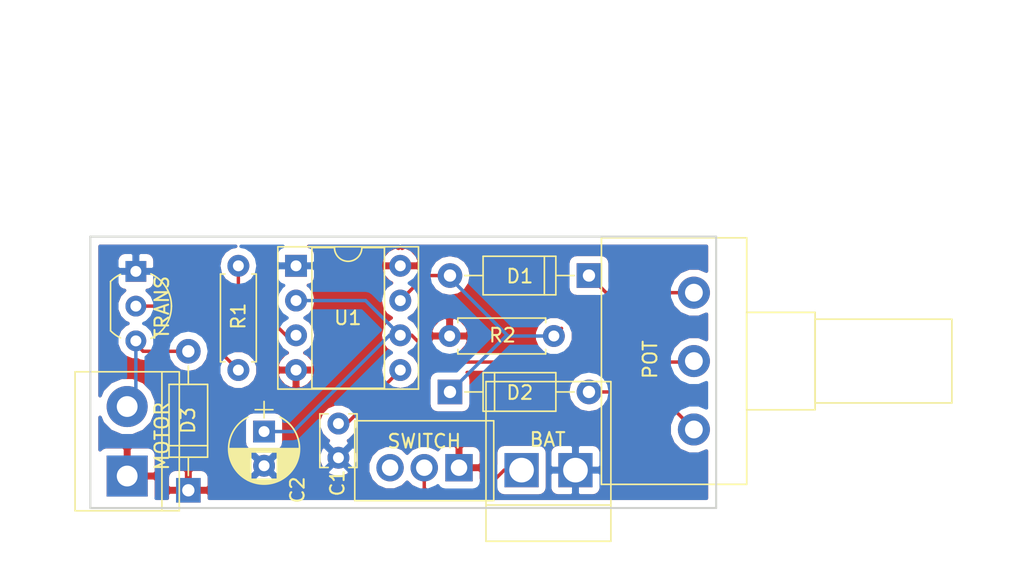
<source format=kicad_pcb>
(kicad_pcb (version 4) (host pcbnew 4.0.7)

  (general
    (links 23)
    (no_connects 0)
    (area 93.9546 53.721 168.808401 94.716601)
    (thickness 1.6)
    (drawings 4)
    (tracks 39)
    (zones 0)
    (modules 13)
    (nets 12)
  )

  (page A4)
  (layers
    (0 F.Cu signal)
    (31 B.Cu signal)
    (32 B.Adhes user)
    (33 F.Adhes user hide)
    (34 B.Paste user)
    (35 F.Paste user)
    (36 B.SilkS user)
    (37 F.SilkS user)
    (38 B.Mask user)
    (39 F.Mask user)
    (40 Dwgs.User user)
    (41 Cmts.User user)
    (42 Eco1.User user)
    (43 Eco2.User user)
    (44 Edge.Cuts user)
    (45 Margin user)
    (46 B.CrtYd user)
    (47 F.CrtYd user)
    (48 B.Fab user)
    (49 F.Fab user)
  )

  (setup
    (last_trace_width 0.25)
    (trace_clearance 0.2)
    (zone_clearance 0.508)
    (zone_45_only no)
    (trace_min 0.2)
    (segment_width 0.2)
    (edge_width 0.15)
    (via_size 0.6)
    (via_drill 0.4)
    (via_min_size 0.4)
    (via_min_drill 0.3)
    (uvia_size 0.3)
    (uvia_drill 0.1)
    (uvias_allowed no)
    (uvia_min_size 0.2)
    (uvia_min_drill 0.1)
    (pcb_text_width 0.3)
    (pcb_text_size 1.5 1.5)
    (mod_edge_width 0.15)
    (mod_text_size 1 1)
    (mod_text_width 0.15)
    (pad_size 1.524 1.524)
    (pad_drill 0.762)
    (pad_to_mask_clearance 0.2)
    (aux_axis_origin 0 0)
    (visible_elements 7FFFFFFF)
    (pcbplotparams
      (layerselection 0x010f0_80000001)
      (usegerberextensions false)
      (excludeedgelayer true)
      (linewidth 0.100000)
      (plotframeref false)
      (viasonmask false)
      (mode 1)
      (useauxorigin false)
      (hpglpennumber 1)
      (hpglpenspeed 20)
      (hpglpendiameter 15)
      (hpglpenoverlay 2)
      (psnegative false)
      (psa4output false)
      (plotreference true)
      (plotvalue true)
      (plotinvisibletext false)
      (padsonsilk false)
      (subtractmaskfromsilk false)
      (outputformat 1)
      (mirror false)
      (drillshape 0)
      (scaleselection 1)
      (outputdirectory gerber/))
  )

  (net 0 "")
  (net 1 "Net-(C1-Pad1)")
  (net 2 "Net-(BT1-Pad2)")
  (net 3 "Net-(C2-Pad1)")
  (net 4 "Net-(D1-Pad1)")
  (net 5 "Net-(D1-Pad2)")
  (net 6 "Net-(D2-Pad2)")
  (net 7 "Net-(BT1-Pad1)")
  (net 8 "Net-(D3-Pad2)")
  (net 9 "Net-(R1-Pad2)")
  (net 10 "Net-(Q1-Pad2)")
  (net 11 "Net-(D3-Pad1)")

  (net_class Default "This is the default net class."
    (clearance 0.2)
    (trace_width 0.25)
    (via_dia 0.6)
    (via_drill 0.4)
    (uvia_dia 0.3)
    (uvia_drill 0.1)
    (add_net "Net-(BT1-Pad1)")
    (add_net "Net-(BT1-Pad2)")
    (add_net "Net-(C1-Pad1)")
    (add_net "Net-(C2-Pad1)")
    (add_net "Net-(D1-Pad1)")
    (add_net "Net-(D1-Pad2)")
    (add_net "Net-(D2-Pad2)")
    (add_net "Net-(D3-Pad1)")
    (add_net "Net-(D3-Pad2)")
    (add_net "Net-(Q1-Pad2)")
    (add_net "Net-(R1-Pad2)")
  )

  (module Housings_DIP:DIP-8_W7.62mm_Socket (layer F.Cu) (tedit 5A715192) (tstamp 5A5FD74B)
    (at 115.5954 73.152)
    (descr "8-lead though-hole mounted DIP package, row spacing 7.62 mm (300 mils), Socket")
    (tags "THT DIP DIL PDIP 2.54mm 7.62mm 300mil Socket")
    (path /5A5FD33F)
    (fp_text reference U1 (at 3.7846 3.81) (layer F.SilkS)
      (effects (font (size 1 1) (thickness 0.15)))
    )
    (fp_text value NE555 (at 3.81 9.95) (layer F.Fab)
      (effects (font (size 1 1) (thickness 0.15)))
    )
    (fp_arc (start 3.81 -1.33) (end 2.81 -1.33) (angle -180) (layer F.SilkS) (width 0.12))
    (fp_line (start 1.635 -1.27) (end 6.985 -1.27) (layer F.Fab) (width 0.1))
    (fp_line (start 6.985 -1.27) (end 6.985 8.89) (layer F.Fab) (width 0.1))
    (fp_line (start 6.985 8.89) (end 0.635 8.89) (layer F.Fab) (width 0.1))
    (fp_line (start 0.635 8.89) (end 0.635 -0.27) (layer F.Fab) (width 0.1))
    (fp_line (start 0.635 -0.27) (end 1.635 -1.27) (layer F.Fab) (width 0.1))
    (fp_line (start -1.27 -1.33) (end -1.27 8.95) (layer F.Fab) (width 0.1))
    (fp_line (start -1.27 8.95) (end 8.89 8.95) (layer F.Fab) (width 0.1))
    (fp_line (start 8.89 8.95) (end 8.89 -1.33) (layer F.Fab) (width 0.1))
    (fp_line (start 8.89 -1.33) (end -1.27 -1.33) (layer F.Fab) (width 0.1))
    (fp_line (start 2.81 -1.33) (end 1.16 -1.33) (layer F.SilkS) (width 0.12))
    (fp_line (start 1.16 -1.33) (end 1.16 8.95) (layer F.SilkS) (width 0.12))
    (fp_line (start 1.16 8.95) (end 6.46 8.95) (layer F.SilkS) (width 0.12))
    (fp_line (start 6.46 8.95) (end 6.46 -1.33) (layer F.SilkS) (width 0.12))
    (fp_line (start 6.46 -1.33) (end 4.81 -1.33) (layer F.SilkS) (width 0.12))
    (fp_line (start -1.33 -1.39) (end -1.33 9.01) (layer F.SilkS) (width 0.12))
    (fp_line (start -1.33 9.01) (end 8.95 9.01) (layer F.SilkS) (width 0.12))
    (fp_line (start 8.95 9.01) (end 8.95 -1.39) (layer F.SilkS) (width 0.12))
    (fp_line (start 8.95 -1.39) (end -1.33 -1.39) (layer F.SilkS) (width 0.12))
    (fp_line (start -1.55 -1.6) (end -1.55 9.2) (layer F.CrtYd) (width 0.05))
    (fp_line (start -1.55 9.2) (end 9.15 9.2) (layer F.CrtYd) (width 0.05))
    (fp_line (start 9.15 9.2) (end 9.15 -1.6) (layer F.CrtYd) (width 0.05))
    (fp_line (start 9.15 -1.6) (end -1.55 -1.6) (layer F.CrtYd) (width 0.05))
    (fp_text user %R (at 3.81 3.81) (layer F.Fab)
      (effects (font (size 1 1) (thickness 0.15)))
    )
    (pad 1 thru_hole rect (at 0 0) (size 1.6 1.6) (drill 0.8) (layers *.Cu *.Mask)
      (net 2 "Net-(BT1-Pad2)"))
    (pad 5 thru_hole oval (at 7.62 7.62) (size 1.6 1.6) (drill 0.8) (layers *.Cu *.Mask)
      (net 1 "Net-(C1-Pad1)"))
    (pad 2 thru_hole oval (at 0 2.54) (size 1.6 1.6) (drill 0.8) (layers *.Cu *.Mask)
      (net 3 "Net-(C2-Pad1)"))
    (pad 6 thru_hole oval (at 7.62 5.08) (size 1.6 1.6) (drill 0.8) (layers *.Cu *.Mask)
      (net 3 "Net-(C2-Pad1)"))
    (pad 3 thru_hole oval (at 0 5.08) (size 1.6 1.6) (drill 0.8) (layers *.Cu *.Mask)
      (net 9 "Net-(R1-Pad2)"))
    (pad 7 thru_hole oval (at 7.62 2.54) (size 1.6 1.6) (drill 0.8) (layers *.Cu *.Mask)
      (net 5 "Net-(D1-Pad2)"))
    (pad 4 thru_hole oval (at 0 7.62) (size 1.6 1.6) (drill 0.8) (layers *.Cu *.Mask)
      (net 11 "Net-(D3-Pad1)"))
    (pad 8 thru_hole oval (at 7.62 0) (size 1.6 1.6) (drill 0.8) (layers *.Cu *.Mask)
      (net 11 "Net-(D3-Pad1)"))
    (model ${KISYS3DMOD}/Housings_DIP.3dshapes/DIP-8_W7.62mm_Socket.wrl
      (at (xyz 0 0 0))
      (scale (xyz 1 1 1))
      (rotate (xyz 0 0 0))
    )
  )

  (module Capacitors_THT:C_Disc_D3.8mm_W2.6mm_P2.50mm (layer F.Cu) (tedit 5A715137) (tstamp 5A5FD707)
    (at 118.6942 84.6836 270)
    (descr "C, Disc series, Radial, pin pitch=2.50mm, , diameter*width=3.8*2.6mm^2, Capacitor, http://www.vishay.com/docs/45233/krseries.pdf")
    (tags "C Disc series Radial pin pitch 2.50mm  diameter 3.8mm width 2.6mm Capacitor")
    (path /5A5FD659)
    (fp_text reference C1 (at 4.3434 0.0762 270) (layer F.SilkS)
      (effects (font (size 1 1) (thickness 0.15)))
    )
    (fp_text value C (at 1.25 2.61 270) (layer F.Fab)
      (effects (font (size 1 1) (thickness 0.15)))
    )
    (fp_line (start -0.65 -1.3) (end -0.65 1.3) (layer F.Fab) (width 0.1))
    (fp_line (start -0.65 1.3) (end 3.15 1.3) (layer F.Fab) (width 0.1))
    (fp_line (start 3.15 1.3) (end 3.15 -1.3) (layer F.Fab) (width 0.1))
    (fp_line (start 3.15 -1.3) (end -0.65 -1.3) (layer F.Fab) (width 0.1))
    (fp_line (start -0.71 -1.36) (end 3.21 -1.36) (layer F.SilkS) (width 0.12))
    (fp_line (start -0.71 1.36) (end 3.21 1.36) (layer F.SilkS) (width 0.12))
    (fp_line (start -0.71 -1.36) (end -0.71 -0.75) (layer F.SilkS) (width 0.12))
    (fp_line (start -0.71 0.75) (end -0.71 1.36) (layer F.SilkS) (width 0.12))
    (fp_line (start 3.21 -1.36) (end 3.21 -0.75) (layer F.SilkS) (width 0.12))
    (fp_line (start 3.21 0.75) (end 3.21 1.36) (layer F.SilkS) (width 0.12))
    (fp_line (start -1.05 -1.65) (end -1.05 1.65) (layer F.CrtYd) (width 0.05))
    (fp_line (start -1.05 1.65) (end 3.55 1.65) (layer F.CrtYd) (width 0.05))
    (fp_line (start 3.55 1.65) (end 3.55 -1.65) (layer F.CrtYd) (width 0.05))
    (fp_line (start 3.55 -1.65) (end -1.05 -1.65) (layer F.CrtYd) (width 0.05))
    (fp_text user %R (at 1.25 0 270) (layer F.Fab)
      (effects (font (size 1 1) (thickness 0.15)))
    )
    (pad 1 thru_hole circle (at 0 0 270) (size 1.6 1.6) (drill 0.8) (layers *.Cu *.Mask)
      (net 1 "Net-(C1-Pad1)"))
    (pad 2 thru_hole circle (at 2.5 0 270) (size 1.6 1.6) (drill 0.8) (layers *.Cu *.Mask)
      (net 2 "Net-(BT1-Pad2)"))
    (model ${KISYS3DMOD}/Capacitors_THT.3dshapes/C_Disc_D3.8mm_W2.6mm_P2.50mm.wrl
      (at (xyz 0 0 0))
      (scale (xyz 1 1 1))
      (rotate (xyz 0 0 0))
    )
  )

  (module Capacitors_THT:CP_Radial_D5.0mm_P2.50mm (layer F.Cu) (tedit 5A715134) (tstamp 5A5FD70D)
    (at 113.2586 85.2678 270)
    (descr "CP, Radial series, Radial, pin pitch=2.50mm, , diameter=5mm, Electrolytic Capacitor")
    (tags "CP Radial series Radial pin pitch 2.50mm  diameter 5mm Electrolytic Capacitor")
    (path /5A5FD6AA)
    (fp_text reference C2 (at 4.2672 -2.4384 270) (layer F.SilkS)
      (effects (font (size 1 1) (thickness 0.15)))
    )
    (fp_text value CP (at 1.25 3.81 270) (layer F.Fab)
      (effects (font (size 1 1) (thickness 0.15)))
    )
    (fp_arc (start 1.25 0) (end -1.05558 -1.18) (angle 125.8) (layer F.SilkS) (width 0.12))
    (fp_arc (start 1.25 0) (end -1.05558 1.18) (angle -125.8) (layer F.SilkS) (width 0.12))
    (fp_arc (start 1.25 0) (end 3.55558 -1.18) (angle 54.2) (layer F.SilkS) (width 0.12))
    (fp_circle (center 1.25 0) (end 3.75 0) (layer F.Fab) (width 0.1))
    (fp_line (start -2.2 0) (end -1 0) (layer F.Fab) (width 0.1))
    (fp_line (start -1.6 -0.65) (end -1.6 0.65) (layer F.Fab) (width 0.1))
    (fp_line (start 1.25 -2.55) (end 1.25 2.55) (layer F.SilkS) (width 0.12))
    (fp_line (start 1.29 -2.55) (end 1.29 2.55) (layer F.SilkS) (width 0.12))
    (fp_line (start 1.33 -2.549) (end 1.33 2.549) (layer F.SilkS) (width 0.12))
    (fp_line (start 1.37 -2.548) (end 1.37 2.548) (layer F.SilkS) (width 0.12))
    (fp_line (start 1.41 -2.546) (end 1.41 2.546) (layer F.SilkS) (width 0.12))
    (fp_line (start 1.45 -2.543) (end 1.45 2.543) (layer F.SilkS) (width 0.12))
    (fp_line (start 1.49 -2.539) (end 1.49 2.539) (layer F.SilkS) (width 0.12))
    (fp_line (start 1.53 -2.535) (end 1.53 -0.98) (layer F.SilkS) (width 0.12))
    (fp_line (start 1.53 0.98) (end 1.53 2.535) (layer F.SilkS) (width 0.12))
    (fp_line (start 1.57 -2.531) (end 1.57 -0.98) (layer F.SilkS) (width 0.12))
    (fp_line (start 1.57 0.98) (end 1.57 2.531) (layer F.SilkS) (width 0.12))
    (fp_line (start 1.61 -2.525) (end 1.61 -0.98) (layer F.SilkS) (width 0.12))
    (fp_line (start 1.61 0.98) (end 1.61 2.525) (layer F.SilkS) (width 0.12))
    (fp_line (start 1.65 -2.519) (end 1.65 -0.98) (layer F.SilkS) (width 0.12))
    (fp_line (start 1.65 0.98) (end 1.65 2.519) (layer F.SilkS) (width 0.12))
    (fp_line (start 1.69 -2.513) (end 1.69 -0.98) (layer F.SilkS) (width 0.12))
    (fp_line (start 1.69 0.98) (end 1.69 2.513) (layer F.SilkS) (width 0.12))
    (fp_line (start 1.73 -2.506) (end 1.73 -0.98) (layer F.SilkS) (width 0.12))
    (fp_line (start 1.73 0.98) (end 1.73 2.506) (layer F.SilkS) (width 0.12))
    (fp_line (start 1.77 -2.498) (end 1.77 -0.98) (layer F.SilkS) (width 0.12))
    (fp_line (start 1.77 0.98) (end 1.77 2.498) (layer F.SilkS) (width 0.12))
    (fp_line (start 1.81 -2.489) (end 1.81 -0.98) (layer F.SilkS) (width 0.12))
    (fp_line (start 1.81 0.98) (end 1.81 2.489) (layer F.SilkS) (width 0.12))
    (fp_line (start 1.85 -2.48) (end 1.85 -0.98) (layer F.SilkS) (width 0.12))
    (fp_line (start 1.85 0.98) (end 1.85 2.48) (layer F.SilkS) (width 0.12))
    (fp_line (start 1.89 -2.47) (end 1.89 -0.98) (layer F.SilkS) (width 0.12))
    (fp_line (start 1.89 0.98) (end 1.89 2.47) (layer F.SilkS) (width 0.12))
    (fp_line (start 1.93 -2.46) (end 1.93 -0.98) (layer F.SilkS) (width 0.12))
    (fp_line (start 1.93 0.98) (end 1.93 2.46) (layer F.SilkS) (width 0.12))
    (fp_line (start 1.971 -2.448) (end 1.971 -0.98) (layer F.SilkS) (width 0.12))
    (fp_line (start 1.971 0.98) (end 1.971 2.448) (layer F.SilkS) (width 0.12))
    (fp_line (start 2.011 -2.436) (end 2.011 -0.98) (layer F.SilkS) (width 0.12))
    (fp_line (start 2.011 0.98) (end 2.011 2.436) (layer F.SilkS) (width 0.12))
    (fp_line (start 2.051 -2.424) (end 2.051 -0.98) (layer F.SilkS) (width 0.12))
    (fp_line (start 2.051 0.98) (end 2.051 2.424) (layer F.SilkS) (width 0.12))
    (fp_line (start 2.091 -2.41) (end 2.091 -0.98) (layer F.SilkS) (width 0.12))
    (fp_line (start 2.091 0.98) (end 2.091 2.41) (layer F.SilkS) (width 0.12))
    (fp_line (start 2.131 -2.396) (end 2.131 -0.98) (layer F.SilkS) (width 0.12))
    (fp_line (start 2.131 0.98) (end 2.131 2.396) (layer F.SilkS) (width 0.12))
    (fp_line (start 2.171 -2.382) (end 2.171 -0.98) (layer F.SilkS) (width 0.12))
    (fp_line (start 2.171 0.98) (end 2.171 2.382) (layer F.SilkS) (width 0.12))
    (fp_line (start 2.211 -2.366) (end 2.211 -0.98) (layer F.SilkS) (width 0.12))
    (fp_line (start 2.211 0.98) (end 2.211 2.366) (layer F.SilkS) (width 0.12))
    (fp_line (start 2.251 -2.35) (end 2.251 -0.98) (layer F.SilkS) (width 0.12))
    (fp_line (start 2.251 0.98) (end 2.251 2.35) (layer F.SilkS) (width 0.12))
    (fp_line (start 2.291 -2.333) (end 2.291 -0.98) (layer F.SilkS) (width 0.12))
    (fp_line (start 2.291 0.98) (end 2.291 2.333) (layer F.SilkS) (width 0.12))
    (fp_line (start 2.331 -2.315) (end 2.331 -0.98) (layer F.SilkS) (width 0.12))
    (fp_line (start 2.331 0.98) (end 2.331 2.315) (layer F.SilkS) (width 0.12))
    (fp_line (start 2.371 -2.296) (end 2.371 -0.98) (layer F.SilkS) (width 0.12))
    (fp_line (start 2.371 0.98) (end 2.371 2.296) (layer F.SilkS) (width 0.12))
    (fp_line (start 2.411 -2.276) (end 2.411 -0.98) (layer F.SilkS) (width 0.12))
    (fp_line (start 2.411 0.98) (end 2.411 2.276) (layer F.SilkS) (width 0.12))
    (fp_line (start 2.451 -2.256) (end 2.451 -0.98) (layer F.SilkS) (width 0.12))
    (fp_line (start 2.451 0.98) (end 2.451 2.256) (layer F.SilkS) (width 0.12))
    (fp_line (start 2.491 -2.234) (end 2.491 -0.98) (layer F.SilkS) (width 0.12))
    (fp_line (start 2.491 0.98) (end 2.491 2.234) (layer F.SilkS) (width 0.12))
    (fp_line (start 2.531 -2.212) (end 2.531 -0.98) (layer F.SilkS) (width 0.12))
    (fp_line (start 2.531 0.98) (end 2.531 2.212) (layer F.SilkS) (width 0.12))
    (fp_line (start 2.571 -2.189) (end 2.571 -0.98) (layer F.SilkS) (width 0.12))
    (fp_line (start 2.571 0.98) (end 2.571 2.189) (layer F.SilkS) (width 0.12))
    (fp_line (start 2.611 -2.165) (end 2.611 -0.98) (layer F.SilkS) (width 0.12))
    (fp_line (start 2.611 0.98) (end 2.611 2.165) (layer F.SilkS) (width 0.12))
    (fp_line (start 2.651 -2.14) (end 2.651 -0.98) (layer F.SilkS) (width 0.12))
    (fp_line (start 2.651 0.98) (end 2.651 2.14) (layer F.SilkS) (width 0.12))
    (fp_line (start 2.691 -2.113) (end 2.691 -0.98) (layer F.SilkS) (width 0.12))
    (fp_line (start 2.691 0.98) (end 2.691 2.113) (layer F.SilkS) (width 0.12))
    (fp_line (start 2.731 -2.086) (end 2.731 -0.98) (layer F.SilkS) (width 0.12))
    (fp_line (start 2.731 0.98) (end 2.731 2.086) (layer F.SilkS) (width 0.12))
    (fp_line (start 2.771 -2.058) (end 2.771 -0.98) (layer F.SilkS) (width 0.12))
    (fp_line (start 2.771 0.98) (end 2.771 2.058) (layer F.SilkS) (width 0.12))
    (fp_line (start 2.811 -2.028) (end 2.811 -0.98) (layer F.SilkS) (width 0.12))
    (fp_line (start 2.811 0.98) (end 2.811 2.028) (layer F.SilkS) (width 0.12))
    (fp_line (start 2.851 -1.997) (end 2.851 -0.98) (layer F.SilkS) (width 0.12))
    (fp_line (start 2.851 0.98) (end 2.851 1.997) (layer F.SilkS) (width 0.12))
    (fp_line (start 2.891 -1.965) (end 2.891 -0.98) (layer F.SilkS) (width 0.12))
    (fp_line (start 2.891 0.98) (end 2.891 1.965) (layer F.SilkS) (width 0.12))
    (fp_line (start 2.931 -1.932) (end 2.931 -0.98) (layer F.SilkS) (width 0.12))
    (fp_line (start 2.931 0.98) (end 2.931 1.932) (layer F.SilkS) (width 0.12))
    (fp_line (start 2.971 -1.897) (end 2.971 -0.98) (layer F.SilkS) (width 0.12))
    (fp_line (start 2.971 0.98) (end 2.971 1.897) (layer F.SilkS) (width 0.12))
    (fp_line (start 3.011 -1.861) (end 3.011 -0.98) (layer F.SilkS) (width 0.12))
    (fp_line (start 3.011 0.98) (end 3.011 1.861) (layer F.SilkS) (width 0.12))
    (fp_line (start 3.051 -1.823) (end 3.051 -0.98) (layer F.SilkS) (width 0.12))
    (fp_line (start 3.051 0.98) (end 3.051 1.823) (layer F.SilkS) (width 0.12))
    (fp_line (start 3.091 -1.783) (end 3.091 -0.98) (layer F.SilkS) (width 0.12))
    (fp_line (start 3.091 0.98) (end 3.091 1.783) (layer F.SilkS) (width 0.12))
    (fp_line (start 3.131 -1.742) (end 3.131 -0.98) (layer F.SilkS) (width 0.12))
    (fp_line (start 3.131 0.98) (end 3.131 1.742) (layer F.SilkS) (width 0.12))
    (fp_line (start 3.171 -1.699) (end 3.171 -0.98) (layer F.SilkS) (width 0.12))
    (fp_line (start 3.171 0.98) (end 3.171 1.699) (layer F.SilkS) (width 0.12))
    (fp_line (start 3.211 -1.654) (end 3.211 -0.98) (layer F.SilkS) (width 0.12))
    (fp_line (start 3.211 0.98) (end 3.211 1.654) (layer F.SilkS) (width 0.12))
    (fp_line (start 3.251 -1.606) (end 3.251 -0.98) (layer F.SilkS) (width 0.12))
    (fp_line (start 3.251 0.98) (end 3.251 1.606) (layer F.SilkS) (width 0.12))
    (fp_line (start 3.291 -1.556) (end 3.291 -0.98) (layer F.SilkS) (width 0.12))
    (fp_line (start 3.291 0.98) (end 3.291 1.556) (layer F.SilkS) (width 0.12))
    (fp_line (start 3.331 -1.504) (end 3.331 -0.98) (layer F.SilkS) (width 0.12))
    (fp_line (start 3.331 0.98) (end 3.331 1.504) (layer F.SilkS) (width 0.12))
    (fp_line (start 3.371 -1.448) (end 3.371 -0.98) (layer F.SilkS) (width 0.12))
    (fp_line (start 3.371 0.98) (end 3.371 1.448) (layer F.SilkS) (width 0.12))
    (fp_line (start 3.411 -1.39) (end 3.411 -0.98) (layer F.SilkS) (width 0.12))
    (fp_line (start 3.411 0.98) (end 3.411 1.39) (layer F.SilkS) (width 0.12))
    (fp_line (start 3.451 -1.327) (end 3.451 -0.98) (layer F.SilkS) (width 0.12))
    (fp_line (start 3.451 0.98) (end 3.451 1.327) (layer F.SilkS) (width 0.12))
    (fp_line (start 3.491 -1.261) (end 3.491 1.261) (layer F.SilkS) (width 0.12))
    (fp_line (start 3.531 -1.189) (end 3.531 1.189) (layer F.SilkS) (width 0.12))
    (fp_line (start 3.571 -1.112) (end 3.571 1.112) (layer F.SilkS) (width 0.12))
    (fp_line (start 3.611 -1.028) (end 3.611 1.028) (layer F.SilkS) (width 0.12))
    (fp_line (start 3.651 -0.934) (end 3.651 0.934) (layer F.SilkS) (width 0.12))
    (fp_line (start 3.691 -0.829) (end 3.691 0.829) (layer F.SilkS) (width 0.12))
    (fp_line (start 3.731 -0.707) (end 3.731 0.707) (layer F.SilkS) (width 0.12))
    (fp_line (start 3.771 -0.559) (end 3.771 0.559) (layer F.SilkS) (width 0.12))
    (fp_line (start 3.811 -0.354) (end 3.811 0.354) (layer F.SilkS) (width 0.12))
    (fp_line (start -2.2 0) (end -1 0) (layer F.SilkS) (width 0.12))
    (fp_line (start -1.6 -0.65) (end -1.6 0.65) (layer F.SilkS) (width 0.12))
    (fp_line (start -1.6 -2.85) (end -1.6 2.85) (layer F.CrtYd) (width 0.05))
    (fp_line (start -1.6 2.85) (end 4.1 2.85) (layer F.CrtYd) (width 0.05))
    (fp_line (start 4.1 2.85) (end 4.1 -2.85) (layer F.CrtYd) (width 0.05))
    (fp_line (start 4.1 -2.85) (end -1.6 -2.85) (layer F.CrtYd) (width 0.05))
    (fp_text user %R (at 1.25 0 270) (layer F.Fab)
      (effects (font (size 1 1) (thickness 0.15)))
    )
    (pad 1 thru_hole rect (at 0 0 270) (size 1.6 1.6) (drill 0.8) (layers *.Cu *.Mask)
      (net 3 "Net-(C2-Pad1)"))
    (pad 2 thru_hole circle (at 2.5 0 270) (size 1.6 1.6) (drill 0.8) (layers *.Cu *.Mask)
      (net 2 "Net-(BT1-Pad2)"))
    (model ${KISYS3DMOD}/Capacitors_THT.3dshapes/CP_Radial_D5.0mm_P2.50mm.wrl
      (at (xyz 0 0 0))
      (scale (xyz 1 1 1))
      (rotate (xyz 0 0 0))
    )
  )

  (module Connectors_Terminal_Blocks:TerminalBlock_bornier-2_P5.08mm (layer F.Cu) (tedit 5A71512F) (tstamp 5A5FD725)
    (at 103.251 88.519 90)
    (descr "simple 2-pin terminal block, pitch 5.08mm, revamped version of bornier2")
    (tags "terminal block bornier2")
    (path /5A5FD8EC)
    (fp_text reference MOTOR (at 2.921 2.54 90) (layer F.SilkS)
      (effects (font (size 1 1) (thickness 0.15)))
    )
    (fp_text value Motor_DC (at 2.54 5.08 90) (layer F.Fab)
      (effects (font (size 1 1) (thickness 0.15)))
    )
    (fp_text user %R (at 2.54 0 90) (layer F.Fab)
      (effects (font (size 1 1) (thickness 0.15)))
    )
    (fp_line (start -2.41 2.55) (end 7.49 2.55) (layer F.Fab) (width 0.1))
    (fp_line (start -2.46 -3.75) (end -2.46 3.75) (layer F.Fab) (width 0.1))
    (fp_line (start -2.46 3.75) (end 7.54 3.75) (layer F.Fab) (width 0.1))
    (fp_line (start 7.54 3.75) (end 7.54 -3.75) (layer F.Fab) (width 0.1))
    (fp_line (start 7.54 -3.75) (end -2.46 -3.75) (layer F.Fab) (width 0.1))
    (fp_line (start 7.62 2.54) (end -2.54 2.54) (layer F.SilkS) (width 0.12))
    (fp_line (start 7.62 3.81) (end 7.62 -3.81) (layer F.SilkS) (width 0.12))
    (fp_line (start 7.62 -3.81) (end -2.54 -3.81) (layer F.SilkS) (width 0.12))
    (fp_line (start -2.54 -3.81) (end -2.54 3.81) (layer F.SilkS) (width 0.12))
    (fp_line (start -2.54 3.81) (end 7.62 3.81) (layer F.SilkS) (width 0.12))
    (fp_line (start -2.71 -4) (end 7.79 -4) (layer F.CrtYd) (width 0.05))
    (fp_line (start -2.71 -4) (end -2.71 4) (layer F.CrtYd) (width 0.05))
    (fp_line (start 7.79 4) (end 7.79 -4) (layer F.CrtYd) (width 0.05))
    (fp_line (start 7.79 4) (end -2.71 4) (layer F.CrtYd) (width 0.05))
    (pad 1 thru_hole rect (at 0 0 90) (size 3 3) (drill 1.52) (layers *.Cu *.Mask)
      (net 11 "Net-(D3-Pad1)"))
    (pad 2 thru_hole circle (at 5.08 0 90) (size 3 3) (drill 1.52) (layers *.Cu *.Mask)
      (net 8 "Net-(D3-Pad2)"))
    (model ${KISYS3DMOD}/Terminal_Blocks.3dshapes/TerminalBlock_bornier-2_P5.08mm.wrl
      (at (xyz 0.1 0 0))
      (scale (xyz 1 1 1))
      (rotate (xyz 0 0 0))
    )
  )

  (module Resistors_THT:R_Axial_DIN0207_L6.3mm_D2.5mm_P7.62mm_Horizontal (layer F.Cu) (tedit 5A715115) (tstamp 5A5FD732)
    (at 111.379 80.772 90)
    (descr "Resistor, Axial_DIN0207 series, Axial, Horizontal, pin pitch=7.62mm, 0.25W = 1/4W, length*diameter=6.3*2.5mm^2, http://cdn-reichelt.de/documents/datenblatt/B400/1_4W%23YAG.pdf")
    (tags "Resistor Axial_DIN0207 series Axial Horizontal pin pitch 7.62mm 0.25W = 1/4W length 6.3mm diameter 2.5mm")
    (path /5A5FD424)
    (fp_text reference R1 (at 3.937 0 90) (layer F.SilkS)
      (effects (font (size 1 1) (thickness 0.15)))
    )
    (fp_text value R (at 3.81 2.31 90) (layer F.Fab)
      (effects (font (size 1 1) (thickness 0.15)))
    )
    (fp_line (start 0.66 -1.25) (end 0.66 1.25) (layer F.Fab) (width 0.1))
    (fp_line (start 0.66 1.25) (end 6.96 1.25) (layer F.Fab) (width 0.1))
    (fp_line (start 6.96 1.25) (end 6.96 -1.25) (layer F.Fab) (width 0.1))
    (fp_line (start 6.96 -1.25) (end 0.66 -1.25) (layer F.Fab) (width 0.1))
    (fp_line (start 0 0) (end 0.66 0) (layer F.Fab) (width 0.1))
    (fp_line (start 7.62 0) (end 6.96 0) (layer F.Fab) (width 0.1))
    (fp_line (start 0.6 -0.98) (end 0.6 -1.31) (layer F.SilkS) (width 0.12))
    (fp_line (start 0.6 -1.31) (end 7.02 -1.31) (layer F.SilkS) (width 0.12))
    (fp_line (start 7.02 -1.31) (end 7.02 -0.98) (layer F.SilkS) (width 0.12))
    (fp_line (start 0.6 0.98) (end 0.6 1.31) (layer F.SilkS) (width 0.12))
    (fp_line (start 0.6 1.31) (end 7.02 1.31) (layer F.SilkS) (width 0.12))
    (fp_line (start 7.02 1.31) (end 7.02 0.98) (layer F.SilkS) (width 0.12))
    (fp_line (start -1.05 -1.6) (end -1.05 1.6) (layer F.CrtYd) (width 0.05))
    (fp_line (start -1.05 1.6) (end 8.7 1.6) (layer F.CrtYd) (width 0.05))
    (fp_line (start 8.7 1.6) (end 8.7 -1.6) (layer F.CrtYd) (width 0.05))
    (fp_line (start 8.7 -1.6) (end -1.05 -1.6) (layer F.CrtYd) (width 0.05))
    (pad 1 thru_hole circle (at 0 0 90) (size 1.6 1.6) (drill 0.8) (layers *.Cu *.Mask)
      (net 10 "Net-(Q1-Pad2)"))
    (pad 2 thru_hole oval (at 7.62 0 90) (size 1.6 1.6) (drill 0.8) (layers *.Cu *.Mask)
      (net 9 "Net-(R1-Pad2)"))
    (model ${KISYS3DMOD}/Resistors_THT.3dshapes/R_Axial_DIN0207_L6.3mm_D2.5mm_P7.62mm_Horizontal.wrl
      (at (xyz 0 0 0))
      (scale (xyz 0.393701 0.393701 0.393701))
      (rotate (xyz 0 0 0))
    )
  )

  (module Resistors_THT:R_Axial_DIN0207_L6.3mm_D2.5mm_P7.62mm_Horizontal (layer F.Cu) (tedit 5A715171) (tstamp 5A5FD738)
    (at 134.4422 78.2828 180)
    (descr "Resistor, Axial_DIN0207 series, Axial, Horizontal, pin pitch=7.62mm, 0.25W = 1/4W, length*diameter=6.3*2.5mm^2, http://cdn-reichelt.de/documents/datenblatt/B400/1_4W%23YAG.pdf")
    (tags "Resistor Axial_DIN0207 series Axial Horizontal pin pitch 7.62mm 0.25W = 1/4W length 6.3mm diameter 2.5mm")
    (path /5A5FD397)
    (fp_text reference R2 (at 3.7592 0.0508 180) (layer F.SilkS)
      (effects (font (size 1 1) (thickness 0.15)))
    )
    (fp_text value R (at 3.81 2.31 180) (layer F.Fab)
      (effects (font (size 1 1) (thickness 0.15)))
    )
    (fp_line (start 0.66 -1.25) (end 0.66 1.25) (layer F.Fab) (width 0.1))
    (fp_line (start 0.66 1.25) (end 6.96 1.25) (layer F.Fab) (width 0.1))
    (fp_line (start 6.96 1.25) (end 6.96 -1.25) (layer F.Fab) (width 0.1))
    (fp_line (start 6.96 -1.25) (end 0.66 -1.25) (layer F.Fab) (width 0.1))
    (fp_line (start 0 0) (end 0.66 0) (layer F.Fab) (width 0.1))
    (fp_line (start 7.62 0) (end 6.96 0) (layer F.Fab) (width 0.1))
    (fp_line (start 0.6 -0.98) (end 0.6 -1.31) (layer F.SilkS) (width 0.12))
    (fp_line (start 0.6 -1.31) (end 7.02 -1.31) (layer F.SilkS) (width 0.12))
    (fp_line (start 7.02 -1.31) (end 7.02 -0.98) (layer F.SilkS) (width 0.12))
    (fp_line (start 0.6 0.98) (end 0.6 1.31) (layer F.SilkS) (width 0.12))
    (fp_line (start 0.6 1.31) (end 7.02 1.31) (layer F.SilkS) (width 0.12))
    (fp_line (start 7.02 1.31) (end 7.02 0.98) (layer F.SilkS) (width 0.12))
    (fp_line (start -1.05 -1.6) (end -1.05 1.6) (layer F.CrtYd) (width 0.05))
    (fp_line (start -1.05 1.6) (end 8.7 1.6) (layer F.CrtYd) (width 0.05))
    (fp_line (start 8.7 1.6) (end 8.7 -1.6) (layer F.CrtYd) (width 0.05))
    (fp_line (start 8.7 -1.6) (end -1.05 -1.6) (layer F.CrtYd) (width 0.05))
    (pad 1 thru_hole circle (at 0 0 180) (size 1.6 1.6) (drill 0.8) (layers *.Cu *.Mask)
      (net 5 "Net-(D1-Pad2)"))
    (pad 2 thru_hole oval (at 7.62 0 180) (size 1.6 1.6) (drill 0.8) (layers *.Cu *.Mask)
      (net 11 "Net-(D3-Pad1)"))
    (model ${KISYS3DMOD}/Resistors_THT.3dshapes/R_Axial_DIN0207_L6.3mm_D2.5mm_P7.62mm_Horizontal.wrl
      (at (xyz 0 0 0))
      (scale (xyz 0.393701 0.393701 0.393701))
      (rotate (xyz 0 0 0))
    )
  )

  (module Potentiometers:Potentiometer_Alps_RK163_Single_Vertical (layer F.Cu) (tedit 5A71518A) (tstamp 5A5FD73F)
    (at 144.6784 85.1154)
    (descr "Potentiometer, vertically mounted, Omeg PC16PU, Omeg PC16PU, Omeg PC16PU, Vishay/Spectrol 248GJ/249GJ Single, Vishay/Spectrol 248GJ/249GJ Single, Vishay/Spectrol 248GJ/249GJ Single, Vishay/Spectrol 248GH/249GH Single, Vishay/Spectrol 148/149 Single, Vishay/Spectrol 148/149 Single, Vishay/Spectrol 148/149 Single, Vishay/Spectrol 148A/149A Single with mounting plates, Vishay/Spectrol 148/149 Double, Vishay/Spectrol 148A/149A Double with mounting plates, Piher PC-16 Single, Piher PC-16 Single, Piher PC-16 Single, Piher PC-16SV Single, Piher PC-16 Double, Piher PC-16 Triple, Piher T16H Single, Piher T16L Single, Piher T16H Double, Alps RK163 Single, http://www.alps.com/prod/info/E/PDF/Potentiometer/MetalShaft/RK163/RK163.PDF")
    (tags "Potentiometer vertical  Omeg PC16PU  Omeg PC16PU  Omeg PC16PU  Vishay/Spectrol 248GJ/249GJ Single  Vishay/Spectrol 248GJ/249GJ Single  Vishay/Spectrol 248GJ/249GJ Single  Vishay/Spectrol 248GH/249GH Single  Vishay/Spectrol 148/149 Single  Vishay/Spectrol 148/149 Single  Vishay/Spectrol 148/149 Single  Vishay/Spectrol 148A/149A Single with mounting plates  Vishay/Spectrol 148/149 Double  Vishay/Spectrol 148A/149A Double with mounting plates  Piher PC-16 Single  Piher PC-16 Single  Piher PC-16 Single  Piher PC-16SV Single  Piher PC-16 Double  Piher PC-16 Triple  Piher T16H Single  Piher T16L Single  Piher T16H Double  Alps RK163 Single")
    (path /5A5FD4BF)
    (fp_text reference POT (at -3.2004 -5.1054 90) (layer F.SilkS)
      (effects (font (size 1 1) (thickness 0.15)))
    )
    (fp_text value POT (at 0 5.2) (layer F.Fab)
      (effects (font (size 1 1) (thickness 0.15)))
    )
    (fp_line (start -6.7 -13.95) (end -6.7 3.95) (layer F.Fab) (width 0.1))
    (fp_line (start -6.7 3.95) (end 3.8 3.95) (layer F.Fab) (width 0.1))
    (fp_line (start 3.8 3.95) (end 3.8 -13.95) (layer F.Fab) (width 0.1))
    (fp_line (start 3.8 -13.95) (end -6.7 -13.95) (layer F.Fab) (width 0.1))
    (fp_line (start 3.8 -8.5) (end 3.8 -1.5) (layer F.Fab) (width 0.1))
    (fp_line (start 3.8 -1.5) (end 8.8 -1.5) (layer F.Fab) (width 0.1))
    (fp_line (start 8.8 -1.5) (end 8.8 -8.5) (layer F.Fab) (width 0.1))
    (fp_line (start 8.8 -8.5) (end 3.8 -8.5) (layer F.Fab) (width 0.1))
    (fp_line (start 8.8 -8) (end 8.8 -2) (layer F.Fab) (width 0.1))
    (fp_line (start 8.8 -2) (end 18.8 -2) (layer F.Fab) (width 0.1))
    (fp_line (start 18.8 -2) (end 18.8 -8) (layer F.Fab) (width 0.1))
    (fp_line (start 18.8 -8) (end 8.8 -8) (layer F.Fab) (width 0.1))
    (fp_line (start -6.76 -14.01) (end 3.86 -14.01) (layer F.SilkS) (width 0.12))
    (fp_line (start -6.76 4.011) (end 3.86 4.011) (layer F.SilkS) (width 0.12))
    (fp_line (start -6.76 -14.01) (end -6.76 4.011) (layer F.SilkS) (width 0.12))
    (fp_line (start 3.86 -14.01) (end 3.86 4.011) (layer F.SilkS) (width 0.12))
    (fp_line (start 3.86 -8.56) (end 8.86 -8.56) (layer F.SilkS) (width 0.12))
    (fp_line (start 3.86 -1.44) (end 8.86 -1.44) (layer F.SilkS) (width 0.12))
    (fp_line (start 3.86 -8.56) (end 3.86 -1.44) (layer F.SilkS) (width 0.12))
    (fp_line (start 8.86 -8.56) (end 8.86 -1.44) (layer F.SilkS) (width 0.12))
    (fp_line (start 8.86 -8.06) (end 18.86 -8.06) (layer F.SilkS) (width 0.12))
    (fp_line (start 8.86 -1.94) (end 18.86 -1.94) (layer F.SilkS) (width 0.12))
    (fp_line (start 8.86 -8.06) (end 8.86 -1.94) (layer F.SilkS) (width 0.12))
    (fp_line (start 18.86 -8.06) (end 18.86 -1.94) (layer F.SilkS) (width 0.12))
    (fp_line (start -6.95 -14.2) (end -6.95 4.2) (layer F.CrtYd) (width 0.05))
    (fp_line (start -6.95 4.2) (end 19.05 4.2) (layer F.CrtYd) (width 0.05))
    (fp_line (start 19.05 4.2) (end 19.05 -14.2) (layer F.CrtYd) (width 0.05))
    (fp_line (start 19.05 -14.2) (end -6.95 -14.2) (layer F.CrtYd) (width 0.05))
    (pad 3 thru_hole circle (at 0 -10) (size 2.34 2.34) (drill 1.3) (layers *.Cu *.Mask)
      (net 4 "Net-(D1-Pad1)"))
    (pad 2 thru_hole circle (at 0 -5) (size 2.34 2.34) (drill 1.3) (layers *.Cu *.Mask)
      (net 3 "Net-(C2-Pad1)"))
    (pad 1 thru_hole circle (at 0 0) (size 2.34 2.34) (drill 1.3) (layers *.Cu *.Mask)
      (net 6 "Net-(D2-Pad2)"))
    (model Potentiometers.3dshapes/Potentiometer_Alps_RK163_Single_Vertical.wrl
      (at (xyz 0 0 0))
      (scale (xyz 1 1 1))
      (rotate (xyz 0 0 0))
    )
  )

  (module Diodes_THT:D_A-405_P10.16mm_Horizontal (layer F.Cu) (tedit 5A715176) (tstamp 5A710D37)
    (at 137.0076 73.8632 180)
    (descr "D, A-405 series, Axial, Horizontal, pin pitch=10.16mm, , length*diameter=5.2*2.7mm^2, , http://www.diodes.com/_files/packages/A-405.pdf")
    (tags "D A-405 series Axial Horizontal pin pitch 10.16mm  length 5.2mm diameter 2.7mm")
    (path /5A5FD4F2)
    (fp_text reference D1 (at 5.0546 -0.0508 180) (layer F.SilkS)
      (effects (font (size 1 1) (thickness 0.15)))
    )
    (fp_text value D (at 5.08 2.41 180) (layer F.Fab)
      (effects (font (size 1 1) (thickness 0.15)))
    )
    (fp_text user %R (at 5.08 0 180) (layer F.Fab)
      (effects (font (size 1 1) (thickness 0.15)))
    )
    (fp_line (start 2.48 -1.35) (end 2.48 1.35) (layer F.Fab) (width 0.1))
    (fp_line (start 2.48 1.35) (end 7.68 1.35) (layer F.Fab) (width 0.1))
    (fp_line (start 7.68 1.35) (end 7.68 -1.35) (layer F.Fab) (width 0.1))
    (fp_line (start 7.68 -1.35) (end 2.48 -1.35) (layer F.Fab) (width 0.1))
    (fp_line (start 0 0) (end 2.48 0) (layer F.Fab) (width 0.1))
    (fp_line (start 10.16 0) (end 7.68 0) (layer F.Fab) (width 0.1))
    (fp_line (start 3.26 -1.35) (end 3.26 1.35) (layer F.Fab) (width 0.1))
    (fp_line (start 2.42 -1.41) (end 2.42 1.41) (layer F.SilkS) (width 0.12))
    (fp_line (start 2.42 1.41) (end 7.74 1.41) (layer F.SilkS) (width 0.12))
    (fp_line (start 7.74 1.41) (end 7.74 -1.41) (layer F.SilkS) (width 0.12))
    (fp_line (start 7.74 -1.41) (end 2.42 -1.41) (layer F.SilkS) (width 0.12))
    (fp_line (start 1.08 0) (end 2.42 0) (layer F.SilkS) (width 0.12))
    (fp_line (start 9.08 0) (end 7.74 0) (layer F.SilkS) (width 0.12))
    (fp_line (start 3.26 -1.41) (end 3.26 1.41) (layer F.SilkS) (width 0.12))
    (fp_line (start -1.15 -1.7) (end -1.15 1.7) (layer F.CrtYd) (width 0.05))
    (fp_line (start -1.15 1.7) (end 11.35 1.7) (layer F.CrtYd) (width 0.05))
    (fp_line (start 11.35 1.7) (end 11.35 -1.7) (layer F.CrtYd) (width 0.05))
    (fp_line (start 11.35 -1.7) (end -1.15 -1.7) (layer F.CrtYd) (width 0.05))
    (pad 1 thru_hole rect (at 0 0 180) (size 1.8 1.8) (drill 0.9) (layers *.Cu *.Mask)
      (net 4 "Net-(D1-Pad1)"))
    (pad 2 thru_hole oval (at 10.16 0 180) (size 1.8 1.8) (drill 0.9) (layers *.Cu *.Mask)
      (net 5 "Net-(D1-Pad2)"))
    (model ${KISYS3DMOD}/Diodes_THT.3dshapes/D_A-405_P10.16mm_Horizontal.wrl
      (at (xyz 0 0 0))
      (scale (xyz 0.393701 0.393701 0.393701))
      (rotate (xyz 0 0 0))
    )
  )

  (module Diodes_THT:D_A-405_P10.16mm_Horizontal (layer F.Cu) (tedit 5A71516E) (tstamp 5A710D5B)
    (at 126.8476 82.3722)
    (descr "D, A-405 series, Axial, Horizontal, pin pitch=10.16mm, , length*diameter=5.2*2.7mm^2, , http://www.diodes.com/_files/packages/A-405.pdf")
    (tags "D A-405 series Axial Horizontal pin pitch 10.16mm  length 5.2mm diameter 2.7mm")
    (path /5A5FD5B9)
    (fp_text reference D2 (at 5.1054 0.0508) (layer F.SilkS)
      (effects (font (size 1 1) (thickness 0.15)))
    )
    (fp_text value D (at 5.08 2.41) (layer F.Fab)
      (effects (font (size 1 1) (thickness 0.15)))
    )
    (fp_text user %R (at 5.08 0) (layer F.Fab)
      (effects (font (size 1 1) (thickness 0.15)))
    )
    (fp_line (start 2.48 -1.35) (end 2.48 1.35) (layer F.Fab) (width 0.1))
    (fp_line (start 2.48 1.35) (end 7.68 1.35) (layer F.Fab) (width 0.1))
    (fp_line (start 7.68 1.35) (end 7.68 -1.35) (layer F.Fab) (width 0.1))
    (fp_line (start 7.68 -1.35) (end 2.48 -1.35) (layer F.Fab) (width 0.1))
    (fp_line (start 0 0) (end 2.48 0) (layer F.Fab) (width 0.1))
    (fp_line (start 10.16 0) (end 7.68 0) (layer F.Fab) (width 0.1))
    (fp_line (start 3.26 -1.35) (end 3.26 1.35) (layer F.Fab) (width 0.1))
    (fp_line (start 2.42 -1.41) (end 2.42 1.41) (layer F.SilkS) (width 0.12))
    (fp_line (start 2.42 1.41) (end 7.74 1.41) (layer F.SilkS) (width 0.12))
    (fp_line (start 7.74 1.41) (end 7.74 -1.41) (layer F.SilkS) (width 0.12))
    (fp_line (start 7.74 -1.41) (end 2.42 -1.41) (layer F.SilkS) (width 0.12))
    (fp_line (start 1.08 0) (end 2.42 0) (layer F.SilkS) (width 0.12))
    (fp_line (start 9.08 0) (end 7.74 0) (layer F.SilkS) (width 0.12))
    (fp_line (start 3.26 -1.41) (end 3.26 1.41) (layer F.SilkS) (width 0.12))
    (fp_line (start -1.15 -1.7) (end -1.15 1.7) (layer F.CrtYd) (width 0.05))
    (fp_line (start -1.15 1.7) (end 11.35 1.7) (layer F.CrtYd) (width 0.05))
    (fp_line (start 11.35 1.7) (end 11.35 -1.7) (layer F.CrtYd) (width 0.05))
    (fp_line (start 11.35 -1.7) (end -1.15 -1.7) (layer F.CrtYd) (width 0.05))
    (pad 1 thru_hole rect (at 0 0) (size 1.8 1.8) (drill 0.9) (layers *.Cu *.Mask)
      (net 5 "Net-(D1-Pad2)"))
    (pad 2 thru_hole oval (at 10.16 0) (size 1.8 1.8) (drill 0.9) (layers *.Cu *.Mask)
      (net 6 "Net-(D2-Pad2)"))
    (model ${KISYS3DMOD}/Diodes_THT.3dshapes/D_A-405_P10.16mm_Horizontal.wrl
      (at (xyz 0 0 0))
      (scale (xyz 0.393701 0.393701 0.393701))
      (rotate (xyz 0 0 0))
    )
  )

  (module Diodes_THT:D_A-405_P10.16mm_Horizontal (layer F.Cu) (tedit 5A71512B) (tstamp 5A710D61)
    (at 107.7214 89.5604 90)
    (descr "D, A-405 series, Axial, Horizontal, pin pitch=10.16mm, , length*diameter=5.2*2.7mm^2, , http://www.diodes.com/_files/packages/A-405.pdf")
    (tags "D A-405 series Axial Horizontal pin pitch 10.16mm  length 5.2mm diameter 2.7mm")
    (path /5A5FD5EE)
    (fp_text reference D3 (at 5.1054 -0.0254 90) (layer F.SilkS)
      (effects (font (size 1 1) (thickness 0.15)))
    )
    (fp_text value D (at 5.08 2.41 90) (layer F.Fab)
      (effects (font (size 1 1) (thickness 0.15)))
    )
    (fp_text user %R (at 5.08 0 90) (layer F.Fab)
      (effects (font (size 1 1) (thickness 0.15)))
    )
    (fp_line (start 2.48 -1.35) (end 2.48 1.35) (layer F.Fab) (width 0.1))
    (fp_line (start 2.48 1.35) (end 7.68 1.35) (layer F.Fab) (width 0.1))
    (fp_line (start 7.68 1.35) (end 7.68 -1.35) (layer F.Fab) (width 0.1))
    (fp_line (start 7.68 -1.35) (end 2.48 -1.35) (layer F.Fab) (width 0.1))
    (fp_line (start 0 0) (end 2.48 0) (layer F.Fab) (width 0.1))
    (fp_line (start 10.16 0) (end 7.68 0) (layer F.Fab) (width 0.1))
    (fp_line (start 3.26 -1.35) (end 3.26 1.35) (layer F.Fab) (width 0.1))
    (fp_line (start 2.42 -1.41) (end 2.42 1.41) (layer F.SilkS) (width 0.12))
    (fp_line (start 2.42 1.41) (end 7.74 1.41) (layer F.SilkS) (width 0.12))
    (fp_line (start 7.74 1.41) (end 7.74 -1.41) (layer F.SilkS) (width 0.12))
    (fp_line (start 7.74 -1.41) (end 2.42 -1.41) (layer F.SilkS) (width 0.12))
    (fp_line (start 1.08 0) (end 2.42 0) (layer F.SilkS) (width 0.12))
    (fp_line (start 9.08 0) (end 7.74 0) (layer F.SilkS) (width 0.12))
    (fp_line (start 3.26 -1.41) (end 3.26 1.41) (layer F.SilkS) (width 0.12))
    (fp_line (start -1.15 -1.7) (end -1.15 1.7) (layer F.CrtYd) (width 0.05))
    (fp_line (start -1.15 1.7) (end 11.35 1.7) (layer F.CrtYd) (width 0.05))
    (fp_line (start 11.35 1.7) (end 11.35 -1.7) (layer F.CrtYd) (width 0.05))
    (fp_line (start 11.35 -1.7) (end -1.15 -1.7) (layer F.CrtYd) (width 0.05))
    (pad 1 thru_hole rect (at 0 0 90) (size 1.8 1.8) (drill 0.9) (layers *.Cu *.Mask)
      (net 11 "Net-(D3-Pad1)"))
    (pad 2 thru_hole oval (at 10.16 0 90) (size 1.8 1.8) (drill 0.9) (layers *.Cu *.Mask)
      (net 8 "Net-(D3-Pad2)"))
    (model ${KISYS3DMOD}/Diodes_THT.3dshapes/D_A-405_P10.16mm_Horizontal.wrl
      (at (xyz 0 0 0))
      (scale (xyz 0.393701 0.393701 0.393701))
      (rotate (xyz 0 0 0))
    )
  )

  (module Connectors:GTK2400-V2 (layer F.Cu) (tedit 5A715166) (tstamp 5A712D06)
    (at 132.08 88.0872)
    (descr GTK2400-V2)
    (tags GTK2400-V2)
    (path /5A5FD7B8)
    (fp_text reference BAT (at 1.905 -2.2352) (layer F.SilkS)
      (effects (font (size 1 1) (thickness 0.15)))
    )
    (fp_text value Battery (at 7.6 0 90) (layer F.Fab)
      (effects (font (size 1 1) (thickness 0.15)))
    )
    (fp_line (start -2.5 2.55) (end 6.5 2.55) (layer F.SilkS) (width 0.12))
    (fp_line (start -2.48 2.54) (end 6.41 2.54) (layer F.Fab) (width 0.1))
    (fp_line (start -2.48 0) (end -2.48 -5.71) (layer F.Fab) (width 0.1))
    (fp_line (start -2.48 -5.71) (end -2.48 -6.35) (layer F.Fab) (width 0.1))
    (fp_line (start -2.48 -6.35) (end 6.41 -6.35) (layer F.Fab) (width 0.1))
    (fp_line (start 6.41 -6.35) (end 6.41 0) (layer F.Fab) (width 0.1))
    (fp_line (start 6.41 0) (end 6.41 5.08) (layer F.Fab) (width 0.1))
    (fp_line (start 6.41 5.08) (end -2.48 5.08) (layer F.Fab) (width 0.1))
    (fp_line (start -2.48 5.08) (end -2.48 0) (layer F.Fab) (width 0.1))
    (fp_line (start -2.73 -6.6) (end 6.66 -6.6) (layer F.CrtYd) (width 0.05))
    (fp_line (start -2.73 -6.6) (end -2.73 5.33) (layer F.CrtYd) (width 0.05))
    (fp_line (start 6.66 5.33) (end 6.66 -6.6) (layer F.CrtYd) (width 0.05))
    (fp_line (start 6.66 5.33) (end -2.73 5.33) (layer F.CrtYd) (width 0.05))
    (fp_line (start -2.6 -6.47) (end 6.53 -6.47) (layer F.SilkS) (width 0.12))
    (fp_line (start -2.6 -6.47) (end -2.6 5.2) (layer F.SilkS) (width 0.12))
    (fp_line (start 6.53 5.2) (end 6.53 -6.47) (layer F.SilkS) (width 0.12))
    (fp_line (start 6.53 5.2) (end -2.6 5.2) (layer F.SilkS) (width 0.12))
    (pad 2 thru_hole rect (at 3.94 0) (size 2.5 2.5) (drill 1.8) (layers *.Cu *.Mask)
      (net 2 "Net-(BT1-Pad2)"))
    (pad 1 thru_hole rect (at 0 0) (size 2.5 2.5) (drill 1.8) (layers *.Cu *.Mask)
      (net 7 "Net-(BT1-Pad1)"))
  )

  (module Connectors:Wafer_Vertical10x5.8x7RM2.5-3 (layer F.Cu) (tedit 5A71514B) (tstamp 5A712D0D)
    (at 127.508 87.9094 180)
    (descr "Gold-Tek vertical wafer connector with 2.5mm pitch")
    (tags "wafer connector vertical")
    (path /5A712CFF)
    (fp_text reference SWITCH (at 2.54 1.9304 180) (layer F.SilkS)
      (effects (font (size 1 1) (thickness 0.15)))
    )
    (fp_text value SW_DIP_x01 (at 2.54 5.08 180) (layer F.Fab)
      (effects (font (size 1 1) (thickness 0.15)))
    )
    (fp_line (start -2.75 -2.75) (end 7.85 -2.75) (layer F.CrtYd) (width 0.05))
    (fp_line (start 7.85 -2.75) (end 7.85 3.8) (layer F.CrtYd) (width 0.05))
    (fp_line (start 7.85 3.8) (end -2.75 3.8) (layer F.CrtYd) (width 0.05))
    (fp_line (start -2.75 3.8) (end -2.75 -2.75) (layer F.CrtYd) (width 0.05))
    (fp_line (start 7.62 3.43) (end -2.54 3.43) (layer F.SilkS) (width 0.12))
    (fp_line (start -2.54 -2.41) (end 7.62 -2.41) (layer F.SilkS) (width 0.12))
    (fp_line (start 7.62 -2.41) (end 7.62 3.43) (layer F.SilkS) (width 0.12))
    (fp_line (start -2.54 -2.41) (end -2.54 3.43) (layer F.SilkS) (width 0.12))
    (pad 1 thru_hole rect (at 0 0 180) (size 2 2) (drill 1.2) (layers *.Cu *.Mask)
      (net 11 "Net-(D3-Pad1)"))
    (pad 2 thru_hole circle (at 2.54 0 180) (size 2 2) (drill 1.2) (layers *.Cu *.Mask)
      (net 7 "Net-(BT1-Pad1)"))
    (pad 3 thru_hole circle (at 5.04 0 180) (size 2 2) (drill 1.2) (layers *.Cu *.Mask))
    (model ${KISYS3DMOD}/Connectors.3dshapes/Wafer_Vertical10x5.8x7RM2.5-3.wrl
      (at (xyz 0 0 0))
      (scale (xyz 4 4 4))
      (rotate (xyz 0 0 0))
    )
  )

  (module TO_SOT_Packages_THT:TO-92_Inline_Wide (layer F.Cu) (tedit 5A7151A3) (tstamp 5A712F7B)
    (at 103.886 73.5584 270)
    (descr "TO-92 leads in-line, wide, drill 0.8mm (see NXP sot054_po.pdf)")
    (tags "to-92 sc-43 sc-43a sot54 PA33 transistor")
    (path /5A625AE4)
    (fp_text reference TRANS (at 2.6416 -1.905 270) (layer F.SilkS)
      (effects (font (size 1 1) (thickness 0.15)))
    )
    (fp_text value PN2222A (at 2.54 2.79 270) (layer F.Fab)
      (effects (font (size 1 1) (thickness 0.15)))
    )
    (fp_text user %R (at 2.54 -3.56 450) (layer F.Fab)
      (effects (font (size 1 1) (thickness 0.15)))
    )
    (fp_line (start 0.74 1.85) (end 4.34 1.85) (layer F.SilkS) (width 0.12))
    (fp_line (start 0.8 1.75) (end 4.3 1.75) (layer F.Fab) (width 0.1))
    (fp_line (start -1.01 -2.73) (end 6.09 -2.73) (layer F.CrtYd) (width 0.05))
    (fp_line (start -1.01 -2.73) (end -1.01 2.01) (layer F.CrtYd) (width 0.05))
    (fp_line (start 6.09 2.01) (end 6.09 -2.73) (layer F.CrtYd) (width 0.05))
    (fp_line (start 6.09 2.01) (end -1.01 2.01) (layer F.CrtYd) (width 0.05))
    (fp_arc (start 2.54 0) (end 0.74 1.85) (angle 20) (layer F.SilkS) (width 0.12))
    (fp_arc (start 2.54 0) (end 2.54 -2.6) (angle -65) (layer F.SilkS) (width 0.12))
    (fp_arc (start 2.54 0) (end 2.54 -2.6) (angle 65) (layer F.SilkS) (width 0.12))
    (fp_arc (start 2.54 0) (end 2.54 -2.48) (angle 135) (layer F.Fab) (width 0.1))
    (fp_arc (start 2.54 0) (end 2.54 -2.48) (angle -135) (layer F.Fab) (width 0.1))
    (fp_arc (start 2.54 0) (end 4.34 1.85) (angle -20) (layer F.SilkS) (width 0.12))
    (pad 2 thru_hole circle (at 2.54 0) (size 1.52 1.52) (drill 0.8) (layers *.Cu *.Mask)
      (net 10 "Net-(Q1-Pad2)"))
    (pad 3 thru_hole circle (at 5.08 0) (size 1.52 1.52) (drill 0.8) (layers *.Cu *.Mask)
      (net 8 "Net-(D3-Pad2)"))
    (pad 1 thru_hole rect (at 0 0) (size 1.52 1.52) (drill 0.8) (layers *.Cu *.Mask)
      (net 2 "Net-(BT1-Pad2)"))
    (model ${KISYS3DMOD}/TO_SOT_Packages_THT.3dshapes/TO-92_Inline_Wide.wrl
      (at (xyz 0.1 0 0))
      (scale (xyz 1 1 1))
      (rotate (xyz 0 0 -90))
    )
  )

  (gr_line (start 146.304 71.0184) (end 100.5586 71.0184) (angle 90) (layer Edge.Cuts) (width 0.15))
  (gr_line (start 100.5586 71.0184) (end 100.5586 90.8558) (angle 90) (layer Edge.Cuts) (width 0.15))
  (gr_line (start 146.304 90.8558) (end 100.5586 90.8558) (angle 90) (layer Edge.Cuts) (width 0.15))
  (gr_line (start 146.304 71.0184) (end 146.304 90.8558) (angle 90) (layer Edge.Cuts) (width 0.15))

  (segment (start 118.6942 84.6836) (end 119.3038 84.6836) (width 0.25) (layer F.Cu) (net 1))
  (segment (start 119.3038 84.6836) (end 123.2154 80.772) (width 0.25) (layer F.Cu) (net 1) (tstamp 5A712DD3))
  (segment (start 144.606 80.1878) (end 126.0094 80.1878) (width 0.25) (layer F.Cu) (net 3))
  (segment (start 124.0536 78.232) (end 126.0094 80.1878) (width 0.25) (layer F.Cu) (net 3) (tstamp 5A712DD8))
  (segment (start 124.0536 78.232) (end 123.2154 78.232) (width 0.25) (layer F.Cu) (net 3))
  (segment (start 144.606 80.1878) (end 144.6784 80.1154) (width 0.25) (layer F.Cu) (net 3) (tstamp 5A712E75))
  (segment (start 115.5954 75.692) (end 120.6754 75.692) (width 0.25) (layer B.Cu) (net 3))
  (segment (start 120.6754 75.692) (end 123.2154 78.232) (width 0.25) (layer B.Cu) (net 3) (tstamp 5A710F47))
  (segment (start 113.2586 85.2678) (end 115.3922 85.2678) (width 0.25) (layer B.Cu) (net 3))
  (segment (start 115.3922 85.2678) (end 122.428 78.232) (width 0.25) (layer B.Cu) (net 3) (tstamp 5A710C38))
  (segment (start 122.428 78.232) (end 123.2154 78.232) (width 0.25) (layer B.Cu) (net 3) (tstamp 5A710C3B))
  (segment (start 144.6784 75.1154) (end 138.2598 75.1154) (width 0.25) (layer F.Cu) (net 4))
  (segment (start 138.2598 75.1154) (end 137.0076 73.8632) (width 0.25) (layer F.Cu) (net 4) (tstamp 5A712E78))
  (segment (start 137.508 73.3628) (end 137.0076 73.8632) (width 0.25) (layer B.Cu) (net 4) (tstamp 5A710E55))
  (segment (start 126.8476 73.8632) (end 125.0442 73.8632) (width 0.25) (layer F.Cu) (net 5))
  (segment (start 125.0442 73.8632) (end 123.2154 75.692) (width 0.25) (layer F.Cu) (net 5) (tstamp 5A710E8A))
  (segment (start 126.8476 73.8632) (end 126.8476 74.041) (width 0.25) (layer B.Cu) (net 5))
  (segment (start 126.8476 74.041) (end 131.0894 78.2828) (width 0.25) (layer B.Cu) (net 5) (tstamp 5A710E66))
  (segment (start 134.4422 78.2828) (end 131.0894 78.2828) (width 0.25) (layer B.Cu) (net 5))
  (segment (start 131.0894 78.2828) (end 130.937 78.2828) (width 0.25) (layer B.Cu) (net 5) (tstamp 5A710E6A))
  (segment (start 130.937 78.2828) (end 126.8476 82.3722) (width 0.25) (layer B.Cu) (net 5) (tstamp 5A710E5F))
  (segment (start 135.001 77.724) (end 134.6962 78.0288) (width 0.25) (layer F.Cu) (net 5) (tstamp 5A710C18))
  (segment (start 134.239 78.486) (end 134.4422 78.2828) (width 0.25) (layer F.Cu) (net 5) (tstamp 5A710C13))
  (segment (start 137.0076 82.3722) (end 141.9352 82.3722) (width 0.25) (layer F.Cu) (net 6))
  (segment (start 141.9352 82.3722) (end 144.6784 85.1154) (width 0.25) (layer F.Cu) (net 6) (tstamp 5A712E7D))
  (segment (start 132.08 88.0872) (end 130.81 88.0872) (width 0.25) (layer F.Cu) (net 7))
  (segment (start 124.968 89.408) (end 124.968 87.9094) (width 0.25) (layer F.Cu) (net 7) (tstamp 5A712D61))
  (segment (start 125.3236 89.7636) (end 124.968 89.408) (width 0.25) (layer F.Cu) (net 7) (tstamp 5A712D60))
  (segment (start 129.1336 89.7636) (end 125.3236 89.7636) (width 0.25) (layer F.Cu) (net 7) (tstamp 5A712D5E))
  (segment (start 130.81 88.0872) (end 129.1336 89.7636) (width 0.25) (layer F.Cu) (net 7) (tstamp 5A712D5C))
  (segment (start 107.7214 79.4004) (end 104.4194 79.4004) (width 0.25) (layer F.Cu) (net 8))
  (segment (start 104.4194 79.4004) (end 103.886 78.867) (width 0.25) (layer F.Cu) (net 8) (tstamp 5A712E72))
  (segment (start 103.886 78.867) (end 103.886 82.804) (width 0.25) (layer B.Cu) (net 8))
  (segment (start 103.886 82.804) (end 103.251 83.439) (width 0.25) (layer B.Cu) (net 8) (tstamp 5A710C84))
  (segment (start 115.5954 78.232) (end 114.8588 78.232) (width 0.25) (layer F.Cu) (net 9))
  (segment (start 114.8588 78.232) (end 111.379 74.7522) (width 0.25) (layer F.Cu) (net 9) (tstamp 5A710C94))
  (segment (start 111.379 74.7522) (end 111.379 73.152) (width 0.25) (layer F.Cu) (net 9) (tstamp 5A710C95))
  (segment (start 103.886 76.0984) (end 106.7054 76.0984) (width 0.25) (layer F.Cu) (net 10))
  (segment (start 106.7054 76.0984) (end 111.379 80.772) (width 0.25) (layer F.Cu) (net 10) (tstamp 5A712F86))

  (zone (net 11) (net_name "Net-(D3-Pad1)") (layer F.Cu) (tstamp 5A5FDB8C) (hatch edge 0.508)
    (connect_pads (clearance 0.508))
    (min_thickness 0.254)
    (fill yes (arc_segments 16) (thermal_gap 0.508) (thermal_bridge_width 0.508))
    (polygon
      (pts
        (xy 168.8084 53.7972) (xy 93.9546 54.1274) (xy 95.0976 94.1324) (xy 168.2496 94.1324)
      )
    )
    (filled_polygon
      (pts
        (xy 110.829849 71.79812) (xy 110.364302 72.109189) (xy 110.053233 72.574736) (xy 109.944 73.123887) (xy 109.944 73.180113)
        (xy 110.053233 73.729264) (xy 110.364302 74.194811) (xy 110.619 74.364995) (xy 110.619 74.7522) (xy 110.676852 75.043039)
        (xy 110.841599 75.289601) (xy 114.218768 78.66677) (xy 114.24152 78.781151) (xy 114.552589 79.246698) (xy 114.957103 79.516986)
        (xy 114.740266 79.619611) (xy 114.364359 80.034577) (xy 114.203496 80.422961) (xy 114.325485 80.645) (xy 115.4684 80.645)
        (xy 115.4684 80.625) (xy 115.7224 80.625) (xy 115.7224 80.645) (xy 116.865315 80.645) (xy 116.987304 80.422961)
        (xy 116.826441 80.034577) (xy 116.450534 79.619611) (xy 116.233697 79.516986) (xy 116.638211 79.246698) (xy 116.94928 78.781151)
        (xy 117.058513 78.232) (xy 116.94928 77.682849) (xy 116.638211 77.217302) (xy 116.256125 76.962) (xy 116.638211 76.706698)
        (xy 116.94928 76.241151) (xy 117.058513 75.692) (xy 116.94928 75.142849) (xy 116.638211 74.677302) (xy 116.493935 74.580899)
        (xy 116.630717 74.555162) (xy 116.846841 74.41609) (xy 116.991831 74.20389) (xy 117.04284 73.952) (xy 117.04284 72.352)
        (xy 116.998562 72.116683) (xy 116.85949 71.900559) (xy 116.64729 71.755569) (xy 116.513125 71.7284) (xy 123.088398 71.7284)
        (xy 123.088398 71.88137) (xy 122.866359 71.760086) (xy 122.360266 71.999611) (xy 121.984359 72.414577) (xy 121.823496 72.802961)
        (xy 121.945485 73.025) (xy 123.0884 73.025) (xy 123.0884 73.005) (xy 123.3424 73.005) (xy 123.3424 73.025)
        (xy 124.485315 73.025) (xy 124.607304 72.802961) (xy 124.446441 72.414577) (xy 124.070534 71.999611) (xy 123.564441 71.760086)
        (xy 123.342402 71.88137) (xy 123.342402 71.7284) (xy 145.594 71.7284) (xy 145.594 73.541166) (xy 145.039012 73.310714)
        (xy 144.320938 73.310087) (xy 143.657285 73.584303) (xy 143.149088 74.091615) (xy 143.039555 74.3554) (xy 138.574602 74.3554)
        (xy 138.55504 74.335838) (xy 138.55504 72.9632) (xy 138.510762 72.727883) (xy 138.37169 72.511759) (xy 138.15949 72.366769)
        (xy 137.9076 72.31576) (xy 136.1076 72.31576) (xy 135.872283 72.360038) (xy 135.656159 72.49911) (xy 135.511169 72.71131)
        (xy 135.46016 72.9632) (xy 135.46016 74.7632) (xy 135.504438 74.998517) (xy 135.64351 75.214641) (xy 135.85571 75.359631)
        (xy 136.1076 75.41064) (xy 137.480238 75.41064) (xy 137.722399 75.652801) (xy 137.96896 75.817548) (xy 138.2598 75.8754)
        (xy 143.039412 75.8754) (xy 143.147303 76.136515) (xy 143.654615 76.644712) (xy 144.317788 76.920086) (xy 145.035862 76.920713)
        (xy 145.594 76.690095) (xy 145.594 78.541166) (xy 145.039012 78.310714) (xy 144.320938 78.310087) (xy 143.657285 78.584303)
        (xy 143.149088 79.091615) (xy 143.009492 79.4278) (xy 135.326369 79.4278) (xy 135.658024 79.096723) (xy 135.87695 78.569491)
        (xy 135.877448 77.998613) (xy 135.758233 77.710091) (xy 135.703148 77.433161) (xy 135.538401 77.186599) (xy 135.291839 77.021852)
        (xy 135.014685 76.966722) (xy 134.728891 76.84805) (xy 134.158013 76.847552) (xy 133.6304 77.065557) (xy 133.226376 77.468877)
        (xy 133.00745 77.996109) (xy 133.006952 78.566987) (xy 133.224957 79.0946) (xy 133.557576 79.4278) (xy 127.684028 79.4278)
        (xy 128.053241 79.020223) (xy 128.214104 78.631839) (xy 128.092115 78.4098) (xy 126.9492 78.4098) (xy 126.9492 78.4298)
        (xy 126.6952 78.4298) (xy 126.6952 78.4098) (xy 125.552285 78.4098) (xy 125.465026 78.568624) (xy 124.830163 77.933761)
        (xy 125.430296 77.933761) (xy 125.552285 78.1558) (xy 126.6952 78.1558) (xy 126.6952 77.012171) (xy 126.9492 77.012171)
        (xy 126.9492 78.1558) (xy 128.092115 78.1558) (xy 128.214104 77.933761) (xy 128.053241 77.545377) (xy 127.677334 77.130411)
        (xy 127.171241 76.890886) (xy 126.9492 77.012171) (xy 126.6952 77.012171) (xy 126.473159 76.890886) (xy 125.967066 77.130411)
        (xy 125.591159 77.545377) (xy 125.430296 77.933761) (xy 124.830163 77.933761) (xy 124.591001 77.694599) (xy 124.565944 77.677857)
        (xy 124.258211 77.217302) (xy 123.876125 76.962) (xy 124.258211 76.706698) (xy 124.56928 76.241151) (xy 124.678513 75.692)
        (xy 124.614088 75.368114) (xy 125.359002 74.6232) (xy 125.514688 74.6232) (xy 125.732119 74.948609) (xy 126.230109 75.281355)
        (xy 126.817528 75.3982) (xy 126.877672 75.3982) (xy 127.465091 75.281355) (xy 127.963081 74.948609) (xy 128.295827 74.450619)
        (xy 128.412672 73.8632) (xy 128.295827 73.275781) (xy 127.963081 72.777791) (xy 127.465091 72.445045) (xy 126.877672 72.3282)
        (xy 126.817528 72.3282) (xy 126.230109 72.445045) (xy 125.732119 72.777791) (xy 125.514688 73.1032) (xy 125.0442 73.1032)
        (xy 124.753361 73.161052) (xy 124.509891 73.323733) (xy 124.485315 73.279) (xy 123.3424 73.279) (xy 123.3424 73.299)
        (xy 123.0884 73.299) (xy 123.0884 73.279) (xy 121.945485 73.279) (xy 121.823496 73.501039) (xy 121.984359 73.889423)
        (xy 122.360266 74.304389) (xy 122.577103 74.407014) (xy 122.172589 74.677302) (xy 121.86152 75.142849) (xy 121.752287 75.692)
        (xy 121.86152 76.241151) (xy 122.172589 76.706698) (xy 122.554675 76.962) (xy 122.172589 77.217302) (xy 121.86152 77.682849)
        (xy 121.752287 78.232) (xy 121.86152 78.781151) (xy 122.172589 79.246698) (xy 122.554675 79.502) (xy 122.172589 79.757302)
        (xy 121.86152 80.222849) (xy 121.752287 80.772) (xy 121.816712 81.095886) (xy 119.463395 83.449203) (xy 118.980891 83.24885)
        (xy 118.410013 83.248352) (xy 117.8824 83.466357) (xy 117.478376 83.869677) (xy 117.25945 84.396909) (xy 117.258952 84.967787)
        (xy 117.476957 85.4954) (xy 117.880277 85.899424) (xy 117.962131 85.933413) (xy 117.8824 85.966357) (xy 117.478376 86.369677)
        (xy 117.25945 86.896909) (xy 117.258952 87.467787) (xy 117.476957 87.9954) (xy 117.880277 88.399424) (xy 118.407509 88.61835)
        (xy 118.978387 88.618848) (xy 119.506 88.400843) (xy 119.910024 87.997523) (xy 120.12895 87.470291) (xy 120.129448 86.899413)
        (xy 119.911443 86.3718) (xy 119.508123 85.967776) (xy 119.426269 85.933787) (xy 119.506 85.900843) (xy 119.910024 85.497523)
        (xy 120.12895 84.970291) (xy 120.128982 84.93322) (xy 122.910298 82.151904) (xy 123.187287 82.207) (xy 123.243513 82.207)
        (xy 123.792664 82.097767) (xy 124.258211 81.786698) (xy 124.56928 81.321151) (xy 124.678513 80.772) (xy 124.56928 80.222849)
        (xy 124.258211 79.757302) (xy 123.876125 79.502) (xy 124.099526 79.352728) (xy 125.471999 80.725201) (xy 125.699539 80.877238)
        (xy 125.496159 81.00811) (xy 125.351169 81.22031) (xy 125.30016 81.4722) (xy 125.30016 83.2722) (xy 125.344438 83.507517)
        (xy 125.48351 83.723641) (xy 125.69571 83.868631) (xy 125.9476 83.91964) (xy 127.7476 83.91964) (xy 127.982917 83.875362)
        (xy 128.199041 83.73629) (xy 128.344031 83.52409) (xy 128.39504 83.2722) (xy 128.39504 81.4722) (xy 128.350762 81.236883)
        (xy 128.21169 81.020759) (xy 128.104911 80.9478) (xy 136.421505 80.9478) (xy 136.390109 80.954045) (xy 135.892119 81.286791)
        (xy 135.559373 81.784781) (xy 135.442528 82.3722) (xy 135.559373 82.959619) (xy 135.892119 83.457609) (xy 136.390109 83.790355)
        (xy 136.977528 83.9072) (xy 137.037672 83.9072) (xy 137.625091 83.790355) (xy 138.123081 83.457609) (xy 138.340512 83.1322)
        (xy 141.620398 83.1322) (xy 142.98206 84.493862) (xy 142.873714 84.754788) (xy 142.873087 85.472862) (xy 143.147303 86.136515)
        (xy 143.654615 86.644712) (xy 144.317788 86.920086) (xy 145.035862 86.920713) (xy 145.594 86.690095) (xy 145.594 90.1458)
        (xy 129.826202 90.1458) (xy 130.294436 89.677566) (xy 130.36591 89.788641) (xy 130.57811 89.933631) (xy 130.83 89.98464)
        (xy 133.33 89.98464) (xy 133.565317 89.940362) (xy 133.781441 89.80129) (xy 133.926431 89.58909) (xy 133.97744 89.3372)
        (xy 133.97744 86.8372) (xy 134.12256 86.8372) (xy 134.12256 89.3372) (xy 134.166838 89.572517) (xy 134.30591 89.788641)
        (xy 134.51811 89.933631) (xy 134.77 89.98464) (xy 137.27 89.98464) (xy 137.505317 89.940362) (xy 137.721441 89.80129)
        (xy 137.866431 89.58909) (xy 137.91744 89.3372) (xy 137.91744 86.8372) (xy 137.873162 86.601883) (xy 137.73409 86.385759)
        (xy 137.52189 86.240769) (xy 137.27 86.18976) (xy 134.77 86.18976) (xy 134.534683 86.234038) (xy 134.318559 86.37311)
        (xy 134.173569 86.58531) (xy 134.12256 86.8372) (xy 133.97744 86.8372) (xy 133.933162 86.601883) (xy 133.79409 86.385759)
        (xy 133.58189 86.240769) (xy 133.33 86.18976) (xy 130.83 86.18976) (xy 130.594683 86.234038) (xy 130.378559 86.37311)
        (xy 130.233569 86.58531) (xy 130.18256 86.8372) (xy 130.18256 87.639838) (xy 129.143 88.679398) (xy 129.143 88.19515)
        (xy 128.98425 88.0364) (xy 127.635 88.0364) (xy 127.635 88.0564) (xy 127.381 88.0564) (xy 127.381 88.0364)
        (xy 127.361 88.0364) (xy 127.361 87.7824) (xy 127.381 87.7824) (xy 127.381 86.43315) (xy 127.635 86.43315)
        (xy 127.635 87.7824) (xy 128.98425 87.7824) (xy 129.143 87.62365) (xy 129.143 86.78309) (xy 129.046327 86.549701)
        (xy 128.867698 86.371073) (xy 128.634309 86.2744) (xy 127.79375 86.2744) (xy 127.635 86.43315) (xy 127.381 86.43315)
        (xy 127.22225 86.2744) (xy 126.381691 86.2744) (xy 126.148302 86.371073) (xy 125.969673 86.549701) (xy 125.955369 86.584233)
        (xy 125.895363 86.524122) (xy 125.294648 86.274684) (xy 124.644205 86.274116) (xy 124.043057 86.522506) (xy 123.717836 86.847159)
        (xy 123.395363 86.524122) (xy 122.794648 86.274684) (xy 122.144205 86.274116) (xy 121.543057 86.522506) (xy 121.082722 86.982037)
        (xy 120.833284 87.582752) (xy 120.832716 88.233195) (xy 121.081106 88.834343) (xy 121.540637 89.294678) (xy 122.141352 89.544116)
        (xy 122.791795 89.544684) (xy 123.392943 89.296294) (xy 123.718164 88.971641) (xy 124.040637 89.294678) (xy 124.208 89.364173)
        (xy 124.208 89.408) (xy 124.265852 89.698839) (xy 124.430599 89.945401) (xy 124.630998 90.1458) (xy 109.2564 90.1458)
        (xy 109.2564 89.84615) (xy 109.09765 89.6874) (xy 107.8484 89.6874) (xy 107.8484 89.7074) (xy 107.5944 89.7074)
        (xy 107.5944 89.6874) (xy 106.34515 89.6874) (xy 106.1864 89.84615) (xy 106.1864 90.1458) (xy 105.385797 90.1458)
        (xy 105.386 90.145309) (xy 105.386 88.80475) (xy 105.22725 88.646) (xy 103.378 88.646) (xy 103.378 88.666)
        (xy 103.124 88.666) (xy 103.124 88.646) (xy 103.104 88.646) (xy 103.104 88.534091) (xy 106.1864 88.534091)
        (xy 106.1864 89.27465) (xy 106.34515 89.4334) (xy 107.5944 89.4334) (xy 107.5944 88.18415) (xy 107.8484 88.18415)
        (xy 107.8484 89.4334) (xy 109.09765 89.4334) (xy 109.2564 89.27465) (xy 109.2564 88.534091) (xy 109.159727 88.300702)
        (xy 108.981099 88.122073) (xy 108.74771 88.0254) (xy 108.00715 88.0254) (xy 107.8484 88.18415) (xy 107.5944 88.18415)
        (xy 107.43565 88.0254) (xy 106.69509 88.0254) (xy 106.461701 88.122073) (xy 106.283073 88.300702) (xy 106.1864 88.534091)
        (xy 103.104 88.534091) (xy 103.104 88.392) (xy 103.124 88.392) (xy 103.124 86.54275) (xy 103.378 86.54275)
        (xy 103.378 88.392) (xy 105.22725 88.392) (xy 105.386 88.23325) (xy 105.386 86.892691) (xy 105.289327 86.659302)
        (xy 105.110699 86.480673) (xy 104.87731 86.384) (xy 103.53675 86.384) (xy 103.378 86.54275) (xy 103.124 86.54275)
        (xy 102.96525 86.384) (xy 101.62469 86.384) (xy 101.391301 86.480673) (xy 101.2686 86.603375) (xy 101.2686 84.23203)
        (xy 101.43998 84.6468) (xy 102.040041 85.247909) (xy 102.824459 85.573628) (xy 103.673815 85.57437) (xy 104.4588 85.25002)
        (xy 105.059909 84.649959) (xy 105.135548 84.4678) (xy 111.81116 84.4678) (xy 111.81116 86.0678) (xy 111.855438 86.303117)
        (xy 111.99451 86.519241) (xy 112.20671 86.664231) (xy 112.311641 86.68548) (xy 112.042776 86.953877) (xy 111.82385 87.481109)
        (xy 111.823352 88.051987) (xy 112.041357 88.5796) (xy 112.444677 88.983624) (xy 112.971909 89.20255) (xy 113.542787 89.203048)
        (xy 114.0704 88.985043) (xy 114.474424 88.581723) (xy 114.69335 88.054491) (xy 114.693848 87.483613) (xy 114.475843 86.956)
        (xy 114.207528 86.687217) (xy 114.293917 86.670962) (xy 114.510041 86.53189) (xy 114.655031 86.31969) (xy 114.70604 86.0678)
        (xy 114.70604 84.4678) (xy 114.661762 84.232483) (xy 114.52269 84.016359) (xy 114.31049 83.871369) (xy 114.0586 83.82036)
        (xy 112.4586 83.82036) (xy 112.223283 83.864638) (xy 112.007159 84.00371) (xy 111.862169 84.21591) (xy 111.81116 84.4678)
        (xy 105.135548 84.4678) (xy 105.385628 83.865541) (xy 105.38637 83.016185) (xy 105.06202 82.2312) (xy 104.461959 81.630091)
        (xy 103.677541 81.304372) (xy 102.828185 81.30363) (xy 102.0432 81.62798) (xy 101.442091 82.228041) (xy 101.2686 82.645853)
        (xy 101.2686 72.7984) (xy 102.47856 72.7984) (xy 102.47856 74.3184) (xy 102.522838 74.553717) (xy 102.66191 74.769841)
        (xy 102.87411 74.914831) (xy 103.05948 74.952369) (xy 102.704066 75.307164) (xy 102.491242 75.8197) (xy 102.490758 76.374665)
        (xy 102.702687 76.887572) (xy 103.094764 77.280334) (xy 103.306738 77.368354) (xy 103.096828 77.455087) (xy 102.704066 77.847164)
        (xy 102.491242 78.3597) (xy 102.490758 78.914665) (xy 102.702687 79.427572) (xy 103.094764 79.820334) (xy 103.6073 80.033158)
        (xy 104.025257 80.033523) (xy 104.128561 80.102548) (xy 104.4194 80.1604) (xy 106.398466 80.1604) (xy 106.635991 80.515881)
        (xy 107.133981 80.848627) (xy 107.7214 80.965472) (xy 108.308819 80.848627) (xy 108.806809 80.515881) (xy 109.139555 80.017891)
        (xy 109.207667 79.67547) (xy 109.965744 80.433546) (xy 109.94425 80.485309) (xy 109.943752 81.056187) (xy 110.161757 81.5838)
        (xy 110.565077 81.987824) (xy 111.092309 82.20675) (xy 111.663187 82.207248) (xy 112.1908 81.989243) (xy 112.594824 81.585923)
        (xy 112.78786 81.121039) (xy 114.203496 81.121039) (xy 114.364359 81.509423) (xy 114.740266 81.924389) (xy 115.246359 82.163914)
        (xy 115.4684 82.042629) (xy 115.4684 80.899) (xy 115.7224 80.899) (xy 115.7224 82.042629) (xy 115.944441 82.163914)
        (xy 116.450534 81.924389) (xy 116.826441 81.509423) (xy 116.987304 81.121039) (xy 116.865315 80.899) (xy 115.7224 80.899)
        (xy 115.4684 80.899) (xy 114.325485 80.899) (xy 114.203496 81.121039) (xy 112.78786 81.121039) (xy 112.81375 81.058691)
        (xy 112.814248 80.487813) (xy 112.596243 79.9602) (xy 112.192923 79.556176) (xy 111.665691 79.33725) (xy 111.094813 79.336752)
        (xy 111.040851 79.359048) (xy 107.242801 75.560999) (xy 106.996239 75.396252) (xy 106.7054 75.3384) (xy 105.081367 75.3384)
        (xy 105.069313 75.309228) (xy 104.71379 74.953084) (xy 104.881317 74.921562) (xy 105.097441 74.78249) (xy 105.242431 74.57029)
        (xy 105.29344 74.3184) (xy 105.29344 72.7984) (xy 105.249162 72.563083) (xy 105.11009 72.346959) (xy 104.89789 72.201969)
        (xy 104.646 72.15096) (xy 103.126 72.15096) (xy 102.890683 72.195238) (xy 102.674559 72.33431) (xy 102.529569 72.54651)
        (xy 102.47856 72.7984) (xy 101.2686 72.7984) (xy 101.2686 71.7284) (xy 111.180355 71.7284)
      )
    )
  )
  (zone (net 2) (net_name "Net-(BT1-Pad2)") (layer B.Cu) (tstamp 5A5FDB8D) (hatch edge 0.508)
    (connect_pads (clearance 0.508))
    (min_thickness 0.254)
    (fill yes (arc_segments 16) (thermal_gap 0.508) (thermal_bridge_width 0.508))
    (polygon
      (pts
        (xy 168.656 94.488) (xy 94.742 94.7166) (xy 94.1832 54.2036) (xy 168.275951 53.822726)
      )
    )
    (filled_polygon
      (pts
        (xy 110.829849 71.79812) (xy 110.364302 72.109189) (xy 110.053233 72.574736) (xy 109.944 73.123887) (xy 109.944 73.180113)
        (xy 110.053233 73.729264) (xy 110.364302 74.194811) (xy 110.829849 74.50588) (xy 111.379 74.615113) (xy 111.928151 74.50588)
        (xy 112.393698 74.194811) (xy 112.704767 73.729264) (xy 112.814 73.180113) (xy 112.814 73.123887) (xy 112.704767 72.574736)
        (xy 112.393698 72.109189) (xy 111.928151 71.79812) (xy 111.577645 71.7284) (xy 114.641569 71.7284) (xy 114.435702 71.813673)
        (xy 114.257073 71.992301) (xy 114.1604 72.22569) (xy 114.1604 72.86625) (xy 114.31915 73.025) (xy 115.4684 73.025)
        (xy 115.4684 73.005) (xy 115.7224 73.005) (xy 115.7224 73.025) (xy 116.87165 73.025) (xy 117.0304 72.86625)
        (xy 117.0304 72.22569) (xy 116.933727 71.992301) (xy 116.755098 71.813673) (xy 116.549231 71.7284) (xy 123.129975 71.7284)
        (xy 122.638136 71.826233) (xy 122.172589 72.137302) (xy 121.86152 72.602849) (xy 121.752287 73.152) (xy 121.86152 73.701151)
        (xy 122.172589 74.166698) (xy 122.554675 74.422) (xy 122.172589 74.677302) (xy 121.86152 75.142849) (xy 121.752287 75.692)
        (xy 121.752805 75.694603) (xy 121.212801 75.154599) (xy 120.966239 74.989852) (xy 120.6754 74.932) (xy 116.808395 74.932)
        (xy 116.638211 74.677302) (xy 116.503065 74.587) (xy 116.521709 74.587) (xy 116.755098 74.490327) (xy 116.933727 74.311699)
        (xy 117.0304 74.07831) (xy 117.0304 73.43775) (xy 116.87165 73.279) (xy 115.7224 73.279) (xy 115.7224 73.299)
        (xy 115.4684 73.299) (xy 115.4684 73.279) (xy 114.31915 73.279) (xy 114.1604 73.43775) (xy 114.1604 74.07831)
        (xy 114.257073 74.311699) (xy 114.435702 74.490327) (xy 114.669091 74.587) (xy 114.687735 74.587) (xy 114.552589 74.677302)
        (xy 114.24152 75.142849) (xy 114.132287 75.692) (xy 114.24152 76.241151) (xy 114.552589 76.706698) (xy 114.934675 76.962)
        (xy 114.552589 77.217302) (xy 114.24152 77.682849) (xy 114.132287 78.232) (xy 114.24152 78.781151) (xy 114.552589 79.246698)
        (xy 114.934675 79.502) (xy 114.552589 79.757302) (xy 114.24152 80.222849) (xy 114.132287 80.772) (xy 114.24152 81.321151)
        (xy 114.552589 81.786698) (xy 115.018136 82.097767) (xy 115.567287 82.207) (xy 115.623513 82.207) (xy 116.172664 82.097767)
        (xy 116.638211 81.786698) (xy 116.94928 81.321151) (xy 117.058513 80.772) (xy 116.94928 80.222849) (xy 116.638211 79.757302)
        (xy 116.256125 79.502) (xy 116.638211 79.246698) (xy 116.94928 78.781151) (xy 117.058513 78.232) (xy 116.94928 77.682849)
        (xy 116.638211 77.217302) (xy 116.256125 76.962) (xy 116.638211 76.706698) (xy 116.808395 76.452) (xy 120.360598 76.452)
        (xy 121.746898 77.8383) (xy 115.077398 84.5078) (xy 114.70604 84.5078) (xy 114.70604 84.4678) (xy 114.661762 84.232483)
        (xy 114.52269 84.016359) (xy 114.31049 83.871369) (xy 114.0586 83.82036) (xy 112.4586 83.82036) (xy 112.223283 83.864638)
        (xy 112.007159 84.00371) (xy 111.862169 84.21591) (xy 111.81116 84.4678) (xy 111.81116 86.0678) (xy 111.855438 86.303117)
        (xy 111.99451 86.519241) (xy 112.20671 86.664231) (xy 112.444801 86.712446) (xy 112.430461 86.760055) (xy 113.2586 87.588195)
        (xy 114.086739 86.760055) (xy 114.072455 86.712633) (xy 114.293917 86.670962) (xy 114.510041 86.53189) (xy 114.655031 86.31969)
        (xy 114.70604 86.0678) (xy 114.70604 86.0278) (xy 115.3922 86.0278) (xy 115.683039 85.969948) (xy 115.929601 85.805201)
        (xy 117.259382 84.47542) (xy 117.258952 84.967787) (xy 117.476957 85.4954) (xy 117.880277 85.899424) (xy 117.946744 85.927023)
        (xy 117.940195 85.929736) (xy 117.866061 86.175855) (xy 118.6942 87.003995) (xy 119.522339 86.175855) (xy 119.448205 85.929736)
        (xy 119.441717 85.927404) (xy 119.506 85.900843) (xy 119.910024 85.497523) (xy 120.12895 84.970291) (xy 120.129448 84.399413)
        (xy 119.911443 83.8718) (xy 119.508123 83.467776) (xy 118.980891 83.24885) (xy 118.486383 83.248419) (xy 122.361726 79.373076)
        (xy 122.554675 79.502) (xy 122.172589 79.757302) (xy 121.86152 80.222849) (xy 121.752287 80.772) (xy 121.86152 81.321151)
        (xy 122.172589 81.786698) (xy 122.638136 82.097767) (xy 123.187287 82.207) (xy 123.243513 82.207) (xy 123.792664 82.097767)
        (xy 124.258211 81.786698) (xy 124.56928 81.321151) (xy 124.678513 80.772) (xy 124.56928 80.222849) (xy 124.258211 79.757302)
        (xy 123.876125 79.502) (xy 124.258211 79.246698) (xy 124.56928 78.781151) (xy 124.668408 78.2828) (xy 125.359087 78.2828)
        (xy 125.46832 78.831951) (xy 125.779389 79.297498) (xy 126.244936 79.608567) (xy 126.794087 79.7178) (xy 126.850313 79.7178)
        (xy 127.399464 79.608567) (xy 127.865011 79.297498) (xy 128.17608 78.831951) (xy 128.285313 78.2828) (xy 128.17608 77.733649)
        (xy 127.865011 77.268102) (xy 127.399464 76.957033) (xy 126.850313 76.8478) (xy 126.794087 76.8478) (xy 126.244936 76.957033)
        (xy 125.779389 77.268102) (xy 125.46832 77.733649) (xy 125.359087 78.2828) (xy 124.668408 78.2828) (xy 124.678513 78.232)
        (xy 124.56928 77.682849) (xy 124.258211 77.217302) (xy 123.876125 76.962) (xy 124.258211 76.706698) (xy 124.56928 76.241151)
        (xy 124.678513 75.692) (xy 124.56928 75.142849) (xy 124.258211 74.677302) (xy 123.876125 74.422) (xy 124.258211 74.166698)
        (xy 124.461002 73.8632) (xy 125.282528 73.8632) (xy 125.399373 74.450619) (xy 125.732119 74.948609) (xy 126.230109 75.281355)
        (xy 126.817528 75.3982) (xy 126.877672 75.3982) (xy 127.088134 75.356336) (xy 129.938398 78.2066) (xy 127.320238 80.82476)
        (xy 125.9476 80.82476) (xy 125.712283 80.869038) (xy 125.496159 81.00811) (xy 125.351169 81.22031) (xy 125.30016 81.4722)
        (xy 125.30016 83.2722) (xy 125.344438 83.507517) (xy 125.48351 83.723641) (xy 125.69571 83.868631) (xy 125.9476 83.91964)
        (xy 127.7476 83.91964) (xy 127.982917 83.875362) (xy 128.199041 83.73629) (xy 128.344031 83.52409) (xy 128.39504 83.2722)
        (xy 128.39504 82.3722) (xy 135.442528 82.3722) (xy 135.559373 82.959619) (xy 135.892119 83.457609) (xy 136.390109 83.790355)
        (xy 136.977528 83.9072) (xy 137.037672 83.9072) (xy 137.625091 83.790355) (xy 138.123081 83.457609) (xy 138.455827 82.959619)
        (xy 138.572672 82.3722) (xy 138.455827 81.784781) (xy 138.123081 81.286791) (xy 137.625091 80.954045) (xy 137.037672 80.8372)
        (xy 136.977528 80.8372) (xy 136.390109 80.954045) (xy 135.892119 81.286791) (xy 135.559373 81.784781) (xy 135.442528 82.3722)
        (xy 128.39504 82.3722) (xy 128.39504 81.899562) (xy 131.251802 79.0428) (xy 133.203554 79.0428) (xy 133.224957 79.0946)
        (xy 133.628277 79.498624) (xy 134.155509 79.71755) (xy 134.726387 79.718048) (xy 135.254 79.500043) (xy 135.658024 79.096723)
        (xy 135.87695 78.569491) (xy 135.877448 77.998613) (xy 135.659443 77.471) (xy 135.256123 77.066976) (xy 134.728891 76.84805)
        (xy 134.158013 76.847552) (xy 133.6304 77.065557) (xy 133.226376 77.468877) (xy 133.203985 77.5228) (xy 131.404202 77.5228)
        (xy 128.301832 74.42043) (xy 128.412672 73.8632) (xy 128.295827 73.275781) (xy 128.086968 72.9632) (xy 135.46016 72.9632)
        (xy 135.46016 74.7632) (xy 135.504438 74.998517) (xy 135.64351 75.214641) (xy 135.85571 75.359631) (xy 136.1076 75.41064)
        (xy 137.9076 75.41064) (xy 138.142917 75.366362) (xy 138.359041 75.22729) (xy 138.504031 75.01509) (xy 138.55504 74.7632)
        (xy 138.55504 72.9632) (xy 138.510762 72.727883) (xy 138.37169 72.511759) (xy 138.15949 72.366769) (xy 137.9076 72.31576)
        (xy 136.1076 72.31576) (xy 135.872283 72.360038) (xy 135.656159 72.49911) (xy 135.511169 72.71131) (xy 135.46016 72.9632)
        (xy 128.086968 72.9632) (xy 127.963081 72.777791) (xy 127.465091 72.445045) (xy 126.877672 72.3282) (xy 126.817528 72.3282)
        (xy 126.230109 72.445045) (xy 125.732119 72.777791) (xy 125.399373 73.275781) (xy 125.282528 73.8632) (xy 124.461002 73.8632)
        (xy 124.56928 73.701151) (xy 124.678513 73.152) (xy 124.56928 72.602849) (xy 124.258211 72.137302) (xy 123.792664 71.826233)
        (xy 123.300825 71.7284) (xy 145.594 71.7284) (xy 145.594 73.541166) (xy 145.039012 73.310714) (xy 144.320938 73.310087)
        (xy 143.657285 73.584303) (xy 143.149088 74.091615) (xy 142.873714 74.754788) (xy 142.873087 75.472862) (xy 143.147303 76.136515)
        (xy 143.654615 76.644712) (xy 144.317788 76.920086) (xy 145.035862 76.920713) (xy 145.594 76.690095) (xy 145.594 78.541166)
        (xy 145.039012 78.310714) (xy 144.320938 78.310087) (xy 143.657285 78.584303) (xy 143.149088 79.091615) (xy 142.873714 79.754788)
        (xy 142.873087 80.472862) (xy 143.147303 81.136515) (xy 143.654615 81.644712) (xy 144.317788 81.920086) (xy 145.035862 81.920713)
        (xy 145.594 81.690095) (xy 145.594 83.541166) (xy 145.039012 83.310714) (xy 144.320938 83.310087) (xy 143.657285 83.584303)
        (xy 143.149088 84.091615) (xy 142.873714 84.754788) (xy 142.873087 85.472862) (xy 143.147303 86.136515) (xy 143.654615 86.644712)
        (xy 144.317788 86.920086) (xy 145.035862 86.920713) (xy 145.594 86.690095) (xy 145.594 90.1458) (xy 109.26884 90.1458)
        (xy 109.26884 88.775545) (xy 112.430461 88.775545) (xy 112.504595 89.021664) (xy 113.041823 89.214765) (xy 113.612054 89.187578)
        (xy 114.012605 89.021664) (xy 114.086739 88.775545) (xy 113.2586 87.947405) (xy 112.430461 88.775545) (xy 109.26884 88.775545)
        (xy 109.26884 88.6604) (xy 109.224562 88.425083) (xy 109.08549 88.208959) (xy 108.87329 88.063969) (xy 108.6214 88.01296)
        (xy 106.8214 88.01296) (xy 106.586083 88.057238) (xy 106.369959 88.19631) (xy 106.224969 88.40851) (xy 106.17396 88.6604)
        (xy 106.17396 90.1458) (xy 105.372762 90.1458) (xy 105.39844 90.019) (xy 105.39844 87.551023) (xy 111.811635 87.551023)
        (xy 111.838822 88.121254) (xy 112.004736 88.521805) (xy 112.250855 88.595939) (xy 113.078995 87.7678) (xy 113.438205 87.7678)
        (xy 114.266345 88.595939) (xy 114.512464 88.521805) (xy 114.631244 88.191345) (xy 117.866061 88.191345) (xy 117.940195 88.437464)
        (xy 118.477423 88.630565) (xy 119.047654 88.603378) (xy 119.448205 88.437464) (xy 119.509733 88.233195) (xy 120.832716 88.233195)
        (xy 121.081106 88.834343) (xy 121.540637 89.294678) (xy 122.141352 89.544116) (xy 122.791795 89.544684) (xy 123.392943 89.296294)
        (xy 123.718164 88.971641) (xy 124.040637 89.294678) (xy 124.641352 89.544116) (xy 125.291795 89.544684) (xy 125.892943 89.296294)
        (xy 125.959574 89.229779) (xy 126.04391 89.360841) (xy 126.25611 89.505831) (xy 126.508 89.55684) (xy 128.508 89.55684)
        (xy 128.743317 89.512562) (xy 128.959441 89.37349) (xy 129.104431 89.16129) (xy 129.15544 88.9094) (xy 129.15544 86.9094)
        (xy 129.141855 86.8372) (xy 130.18256 86.8372) (xy 130.18256 89.3372) (xy 130.226838 89.572517) (xy 130.36591 89.788641)
        (xy 130.57811 89.933631) (xy 130.83 89.98464) (xy 133.33 89.98464) (xy 133.565317 89.940362) (xy 133.781441 89.80129)
        (xy 133.926431 89.58909) (xy 133.97744 89.3372) (xy 133.97744 88.37295) (xy 134.135 88.37295) (xy 134.135 89.46351)
        (xy 134.231673 89.696899) (xy 134.410302 89.875527) (xy 134.643691 89.9722) (xy 135.73425 89.9722) (xy 135.893 89.81345)
        (xy 135.893 88.2142) (xy 136.147 88.2142) (xy 136.147 89.81345) (xy 136.30575 89.9722) (xy 137.396309 89.9722)
        (xy 137.629698 89.875527) (xy 137.808327 89.696899) (xy 137.905 89.46351) (xy 137.905 88.37295) (xy 137.74625 88.2142)
        (xy 136.147 88.2142) (xy 135.893 88.2142) (xy 134.29375 88.2142) (xy 134.135 88.37295) (xy 133.97744 88.37295)
        (xy 133.97744 86.8372) (xy 133.953674 86.71089) (xy 134.135 86.71089) (xy 134.135 87.80145) (xy 134.29375 87.9602)
        (xy 135.893 87.9602) (xy 135.893 86.36095) (xy 136.147 86.36095) (xy 136.147 87.9602) (xy 137.74625 87.9602)
        (xy 137.905 87.80145) (xy 137.905 86.71089) (xy 137.808327 86.477501) (xy 137.629698 86.298873) (xy 137.396309 86.2022)
        (xy 136.30575 86.2022) (xy 136.147 86.36095) (xy 135.893 86.36095) (xy 135.73425 86.2022) (xy 134.643691 86.2022)
        (xy 134.410302 86.298873) (xy 134.231673 86.477501) (xy 134.135 86.71089) (xy 133.953674 86.71089) (xy 133.933162 86.601883)
        (xy 133.79409 86.385759) (xy 133.58189 86.240769) (xy 133.33 86.18976) (xy 130.83 86.18976) (xy 130.594683 86.234038)
        (xy 130.378559 86.37311) (xy 130.233569 86.58531) (xy 130.18256 86.8372) (xy 129.141855 86.8372) (xy 129.111162 86.674083)
        (xy 128.97209 86.457959) (xy 128.75989 86.312969) (xy 128.508 86.26196) (xy 126.508 86.26196) (xy 126.272683 86.306238)
        (xy 126.056559 86.44531) (xy 125.95909 86.587961) (xy 125.895363 86.524122) (xy 125.294648 86.274684) (xy 124.644205 86.274116)
        (xy 124.043057 86.522506) (xy 123.717836 86.847159) (xy 123.395363 86.524122) (xy 122.794648 86.274684) (xy 122.144205 86.274116)
        (xy 121.543057 86.522506) (xy 121.082722 86.982037) (xy 120.833284 87.582752) (xy 120.832716 88.233195) (xy 119.509733 88.233195)
        (xy 119.522339 88.191345) (xy 118.6942 87.363205) (xy 117.866061 88.191345) (xy 114.631244 88.191345) (xy 114.705565 87.984577)
        (xy 114.678378 87.414346) (xy 114.512464 87.013795) (xy 114.356521 86.966823) (xy 117.247235 86.966823) (xy 117.274422 87.537054)
        (xy 117.440336 87.937605) (xy 117.686455 88.011739) (xy 118.514595 87.1836) (xy 118.873805 87.1836) (xy 119.701945 88.011739)
        (xy 119.948064 87.937605) (xy 120.141165 87.400377) (xy 120.113978 86.830146) (xy 119.948064 86.429595) (xy 119.701945 86.355461)
        (xy 118.873805 87.1836) (xy 118.514595 87.1836) (xy 117.686455 86.355461) (xy 117.440336 86.429595) (xy 117.247235 86.966823)
        (xy 114.356521 86.966823) (xy 114.266345 86.939661) (xy 113.438205 87.7678) (xy 113.078995 87.7678) (xy 112.250855 86.939661)
        (xy 112.004736 87.013795) (xy 111.811635 87.551023) (xy 105.39844 87.551023) (xy 105.39844 87.019) (xy 105.354162 86.783683)
        (xy 105.21509 86.567559) (xy 105.00289 86.422569) (xy 104.751 86.37156) (xy 101.751 86.37156) (xy 101.515683 86.415838)
        (xy 101.299559 86.55491) (xy 101.2686 86.60022) (xy 101.2686 84.23203) (xy 101.43998 84.6468) (xy 102.040041 85.247909)
        (xy 102.824459 85.573628) (xy 103.673815 85.57437) (xy 104.4588 85.25002) (xy 105.059909 84.649959) (xy 105.385628 83.865541)
        (xy 105.38637 83.016185) (xy 105.06202 82.2312) (xy 104.646 81.814453) (xy 104.646 81.056187) (xy 109.943752 81.056187)
        (xy 110.161757 81.5838) (xy 110.565077 81.987824) (xy 111.092309 82.20675) (xy 111.663187 82.207248) (xy 112.1908 81.989243)
        (xy 112.594824 81.585923) (xy 112.81375 81.058691) (xy 112.814248 80.487813) (xy 112.596243 79.9602) (xy 112.192923 79.556176)
        (xy 111.665691 79.33725) (xy 111.094813 79.336752) (xy 110.5672 79.554757) (xy 110.163176 79.958077) (xy 109.94425 80.485309)
        (xy 109.943752 81.056187) (xy 104.646 81.056187) (xy 104.646 79.833767) (xy 104.675172 79.821713) (xy 105.067934 79.429636)
        (xy 105.09256 79.370328) (xy 106.1864 79.370328) (xy 106.1864 79.430472) (xy 106.303245 80.017891) (xy 106.635991 80.515881)
        (xy 107.133981 80.848627) (xy 107.7214 80.965472) (xy 108.308819 80.848627) (xy 108.806809 80.515881) (xy 109.139555 80.017891)
        (xy 109.2564 79.430472) (xy 109.2564 79.370328) (xy 109.139555 78.782909) (xy 108.806809 78.284919) (xy 108.308819 77.952173)
        (xy 107.7214 77.835328) (xy 107.133981 77.952173) (xy 106.635991 78.284919) (xy 106.303245 78.782909) (xy 106.1864 79.370328)
        (xy 105.09256 79.370328) (xy 105.280758 78.9171) (xy 105.281242 78.362135) (xy 105.069313 77.849228) (xy 104.677236 77.456466)
        (xy 104.465262 77.368446) (xy 104.675172 77.281713) (xy 105.067934 76.889636) (xy 105.280758 76.3771) (xy 105.281242 75.822135)
        (xy 105.069313 75.309228) (xy 104.714106 74.9534) (xy 104.772309 74.9534) (xy 105.005698 74.856727) (xy 105.184327 74.678099)
        (xy 105.281 74.44471) (xy 105.281 73.84415) (xy 105.12225 73.6854) (xy 104.013 73.6854) (xy 104.013 73.7054)
        (xy 103.759 73.7054) (xy 103.759 73.6854) (xy 102.64975 73.6854) (xy 102.491 73.84415) (xy 102.491 74.44471)
        (xy 102.587673 74.678099) (xy 102.766302 74.856727) (xy 102.999691 74.9534) (xy 103.058448 74.9534) (xy 102.704066 75.307164)
        (xy 102.491242 75.8197) (xy 102.490758 76.374665) (xy 102.702687 76.887572) (xy 103.094764 77.280334) (xy 103.306738 77.368354)
        (xy 103.096828 77.455087) (xy 102.704066 77.847164) (xy 102.491242 78.3597) (xy 102.490758 78.914665) (xy 102.702687 79.427572)
        (xy 103.094764 79.820334) (xy 103.126 79.833304) (xy 103.126 81.30389) (xy 102.828185 81.30363) (xy 102.0432 81.62798)
        (xy 101.442091 82.228041) (xy 101.2686 82.645853) (xy 101.2686 72.67209) (xy 102.491 72.67209) (xy 102.491 73.27265)
        (xy 102.64975 73.4314) (xy 103.759 73.4314) (xy 103.759 72.32215) (xy 104.013 72.32215) (xy 104.013 73.4314)
        (xy 105.12225 73.4314) (xy 105.281 73.27265) (xy 105.281 72.67209) (xy 105.184327 72.438701) (xy 105.005698 72.260073)
        (xy 104.772309 72.1634) (xy 104.17175 72.1634) (xy 104.013 72.32215) (xy 103.759 72.32215) (xy 103.60025 72.1634)
        (xy 102.999691 72.1634) (xy 102.766302 72.260073) (xy 102.587673 72.438701) (xy 102.491 72.67209) (xy 101.2686 72.67209)
        (xy 101.2686 71.7284) (xy 111.180355 71.7284)
      )
    )
  )
  (zone (net 2) (net_name "Net-(BT1-Pad2)") (layer B.Cu) (tstamp 5A5FDB8E) (hatch edge 0.508)
    (connect_pads (clearance 0.508))
    (min_thickness 0.254)
    (fill yes (arc_segments 16) (thermal_gap 0.508) (thermal_bridge_width 0.508))
    (polygon
      (pts
        (xy 168.275 53.721) (xy 168.3004 53.8226) (xy 168.275951 53.822726)
      )
    )
  )
)

</source>
